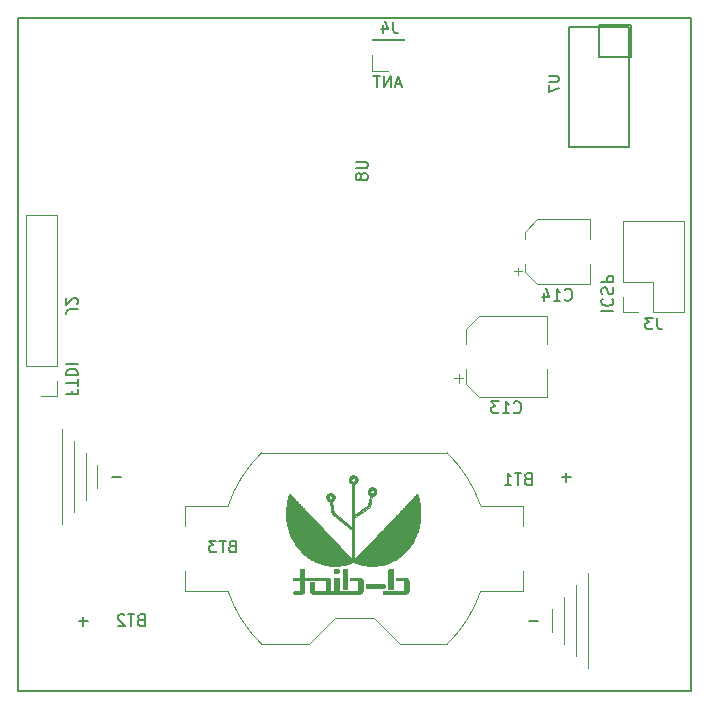
<source format=gbr>
%TF.GenerationSoftware,KiCad,Pcbnew,5.0.2-bee76a0~70~ubuntu18.04.1*%
%TF.CreationDate,2019-07-19T18:37:29+02:00*%
%TF.ProjectId,BT-Pcb-328P,42542d50-6362-42d3-9332-38502e6b6963,1.0*%
%TF.SameCoordinates,Original*%
%TF.FileFunction,Legend,Bot*%
%TF.FilePolarity,Positive*%
%FSLAX46Y46*%
G04 Gerber Fmt 4.6, Leading zero omitted, Abs format (unit mm)*
G04 Created by KiCad (PCBNEW 5.0.2-bee76a0~70~ubuntu18.04.1) date ven 19 lug 2019 18:37:29 CEST*
%MOMM*%
%LPD*%
G01*
G04 APERTURE LIST*
%ADD10C,0.150000*%
%ADD11C,0.120000*%
%ADD12C,0.010000*%
%ADD13C,0.160000*%
G04 APERTURE END LIST*
D10*
X159511857Y-86907666D02*
X159035666Y-86907666D01*
X159607095Y-87193380D02*
X159273761Y-86193380D01*
X158940428Y-87193380D01*
X158607095Y-87193380D02*
X158607095Y-86193380D01*
X158035666Y-87193380D01*
X158035666Y-86193380D01*
X157702333Y-86193380D02*
X157130904Y-86193380D01*
X157416619Y-87193380D02*
X157416619Y-86193380D01*
X131643428Y-112863190D02*
X131643428Y-113196523D01*
X131119619Y-113196523D02*
X132119619Y-113196523D01*
X132119619Y-112720333D01*
X132119619Y-112482238D02*
X132119619Y-111910809D01*
X131119619Y-112196523D02*
X132119619Y-112196523D01*
X131119619Y-111577476D02*
X132119619Y-111577476D01*
X132119619Y-111339380D01*
X132072000Y-111196523D01*
X131976761Y-111101285D01*
X131881523Y-111053666D01*
X131691047Y-111006047D01*
X131548190Y-111006047D01*
X131357714Y-111053666D01*
X131262476Y-111101285D01*
X131167238Y-111196523D01*
X131119619Y-111339380D01*
X131119619Y-111577476D01*
X131119619Y-110577476D02*
X132119619Y-110577476D01*
X176458619Y-106124190D02*
X177458619Y-106124190D01*
X176553857Y-105076571D02*
X176506238Y-105124190D01*
X176458619Y-105267047D01*
X176458619Y-105362285D01*
X176506238Y-105505142D01*
X176601476Y-105600380D01*
X176696714Y-105648000D01*
X176887190Y-105695619D01*
X177030047Y-105695619D01*
X177220523Y-105648000D01*
X177315761Y-105600380D01*
X177411000Y-105505142D01*
X177458619Y-105362285D01*
X177458619Y-105267047D01*
X177411000Y-105124190D01*
X177363380Y-105076571D01*
X176506238Y-104695619D02*
X176458619Y-104552761D01*
X176458619Y-104314666D01*
X176506238Y-104219428D01*
X176553857Y-104171809D01*
X176649095Y-104124190D01*
X176744333Y-104124190D01*
X176839571Y-104171809D01*
X176887190Y-104219428D01*
X176934809Y-104314666D01*
X176982428Y-104505142D01*
X177030047Y-104600380D01*
X177077666Y-104648000D01*
X177172904Y-104695619D01*
X177268142Y-104695619D01*
X177363380Y-104648000D01*
X177411000Y-104600380D01*
X177458619Y-104505142D01*
X177458619Y-104267047D01*
X177411000Y-104124190D01*
X176458619Y-103695619D02*
X177458619Y-103695619D01*
X177458619Y-103314666D01*
X177411000Y-103219428D01*
X177363380Y-103171809D01*
X177268142Y-103124190D01*
X177125285Y-103124190D01*
X177030047Y-103171809D01*
X176982428Y-103219428D01*
X176934809Y-103314666D01*
X176934809Y-103695619D01*
X184040000Y-138320000D02*
X184040000Y-81320000D01*
X127040000Y-138320000D02*
X127040000Y-81320000D01*
X127040000Y-138320000D02*
X184040000Y-138320000D01*
X127040000Y-81320000D02*
X184040000Y-81320000D01*
X178943000Y-84582000D02*
X178943000Y-81915000D01*
X178943000Y-81915000D02*
X176276000Y-81915000D01*
X178816000Y-89662000D02*
X178816000Y-92202000D01*
X178816000Y-92202000D02*
X176276000Y-92202000D01*
X178816000Y-84582000D02*
X176276000Y-84582000D01*
X176276000Y-84582000D02*
X176276000Y-82042000D01*
X178816000Y-89662000D02*
X178816000Y-82042000D01*
X178816000Y-82042000D02*
X173736000Y-82042000D01*
X173736000Y-82042000D02*
X173736000Y-92202000D01*
X173736000Y-92202000D02*
X176276000Y-92202000D01*
D11*
X175480000Y-98332000D02*
X175480000Y-100032000D01*
X175480000Y-103852000D02*
X175480000Y-102152000D01*
X171024437Y-103852000D02*
X175480000Y-103852000D01*
X171024437Y-98332000D02*
X175480000Y-98332000D01*
X169960000Y-99396437D02*
X169960000Y-100032000D01*
X169960000Y-102787563D02*
X169960000Y-102152000D01*
X169960000Y-102787563D02*
X171024437Y-103852000D01*
X169960000Y-99396437D02*
X171024437Y-98332000D01*
X169095000Y-102777000D02*
X169720000Y-102777000D01*
X169407500Y-103089500D02*
X169407500Y-102464500D01*
X171812000Y-106572000D02*
X171812000Y-108922000D01*
X171812000Y-113392000D02*
X171812000Y-111042000D01*
X166056437Y-113392000D02*
X171812000Y-113392000D01*
X166056437Y-106572000D02*
X171812000Y-106572000D01*
X164992000Y-107636437D02*
X164992000Y-108922000D01*
X164992000Y-112327563D02*
X164992000Y-111042000D01*
X164992000Y-112327563D02*
X166056437Y-113392000D01*
X164992000Y-107636437D02*
X166056437Y-106572000D01*
X163964500Y-111829500D02*
X164752000Y-111829500D01*
X164358250Y-112223250D02*
X164358250Y-111435750D01*
X133784000Y-119142000D02*
X133784000Y-121142000D01*
X132784000Y-118142000D02*
X132784000Y-122142000D01*
X131784000Y-123142000D02*
X131784000Y-117142000D01*
X130784000Y-116142000D02*
X130784000Y-124142000D01*
X175286000Y-136334000D02*
X175286000Y-128334000D01*
X174286000Y-129334000D02*
X174286000Y-135334000D01*
X173286000Y-134334000D02*
X173286000Y-130334000D01*
X172286000Y-133334000D02*
X172286000Y-131334000D01*
X163385370Y-134349789D02*
G75*
G03X166232000Y-129848000I-7845370J8111789D01*
G01*
X147694630Y-118126211D02*
G75*
G03X144848000Y-122628000I7845370J-8111789D01*
G01*
X147694630Y-134349789D02*
G75*
G02X144848000Y-129848000I7845370J8111789D01*
G01*
X163385370Y-118126211D02*
G75*
G02X166232000Y-122628000I-7845370J-8111789D01*
G01*
X169850000Y-128138000D02*
X169850000Y-129848000D01*
X166232000Y-129848000D02*
X169850000Y-129848000D01*
X159400000Y-134348000D02*
X163387300Y-134348000D01*
X157200000Y-132148000D02*
X159400000Y-134348000D01*
X153880000Y-132148000D02*
X157200000Y-132148000D01*
X153880000Y-132148000D02*
X151680000Y-134348000D01*
X147692700Y-134348000D02*
X151680000Y-134348000D01*
X141230000Y-128138000D02*
X141230000Y-129848000D01*
X141230000Y-129848000D02*
X144848000Y-129848000D01*
X144848000Y-122628000D02*
X141230000Y-122628000D01*
X141230000Y-124338000D02*
X141230000Y-122628000D01*
X163387300Y-118128000D02*
X147692700Y-118128000D01*
X169850000Y-124338000D02*
X169850000Y-122628000D01*
X169850000Y-122628000D02*
X166232000Y-122628000D01*
X157039000Y-83125000D02*
X159699000Y-83125000D01*
X157039000Y-83185000D02*
X157039000Y-83125000D01*
X159699000Y-83185000D02*
X159699000Y-83125000D01*
X157039000Y-83185000D02*
X159699000Y-83185000D01*
X157039000Y-84455000D02*
X157039000Y-85785000D01*
X157039000Y-85785000D02*
X158369000Y-85785000D01*
X178248000Y-98492000D02*
X183448000Y-98492000D01*
X178248000Y-103632000D02*
X178248000Y-98492000D01*
X183448000Y-106232000D02*
X183448000Y-98492000D01*
X178248000Y-103632000D02*
X180848000Y-103632000D01*
X180848000Y-103632000D02*
X180848000Y-106232000D01*
X180848000Y-106232000D02*
X183448000Y-106232000D01*
X178248000Y-104902000D02*
X178248000Y-106232000D01*
X178248000Y-106232000D02*
X179578000Y-106232000D01*
X127702000Y-110744000D02*
X130362000Y-110744000D01*
X127702000Y-110744000D02*
X127702000Y-97984000D01*
X127702000Y-97984000D02*
X130362000Y-97984000D01*
X130362000Y-110744000D02*
X130362000Y-97984000D01*
X130362000Y-113344000D02*
X130362000Y-112014000D01*
X129032000Y-113344000D02*
X130362000Y-113344000D01*
D12*
G36*
X155407200Y-120037075D02*
X155386587Y-120038600D01*
X155369473Y-120041020D01*
X155368575Y-120041196D01*
X155326447Y-120052141D01*
X155286587Y-120067488D01*
X155249252Y-120086980D01*
X155214698Y-120110357D01*
X155183180Y-120137359D01*
X155154953Y-120167729D01*
X155130275Y-120201207D01*
X155109401Y-120237534D01*
X155092586Y-120276451D01*
X155080087Y-120317699D01*
X155075820Y-120337580D01*
X155073194Y-120356677D01*
X155071647Y-120379083D01*
X155071180Y-120403144D01*
X155071793Y-120427202D01*
X155073488Y-120449604D01*
X155075734Y-120465850D01*
X155085721Y-120508068D01*
X155100167Y-120548050D01*
X155118865Y-120585564D01*
X155141609Y-120620383D01*
X155168191Y-120652276D01*
X155198403Y-120681014D01*
X155232040Y-120706368D01*
X155268894Y-120728108D01*
X155308758Y-120746006D01*
X155337510Y-120755873D01*
X155352750Y-120760490D01*
X155353387Y-122616807D01*
X155353427Y-122741193D01*
X155353458Y-122861638D01*
X155353481Y-122978098D01*
X155353497Y-123090533D01*
X155353505Y-123198900D01*
X155353505Y-123303157D01*
X155353497Y-123403262D01*
X155353481Y-123499174D01*
X155353458Y-123590851D01*
X155353427Y-123678250D01*
X155353388Y-123761330D01*
X155353342Y-123840048D01*
X155353289Y-123914364D01*
X155353228Y-123984234D01*
X155353159Y-124049618D01*
X155353083Y-124110473D01*
X155353000Y-124166757D01*
X155352909Y-124218428D01*
X155352811Y-124265445D01*
X155352706Y-124307766D01*
X155352594Y-124345348D01*
X155352475Y-124378150D01*
X155352348Y-124406129D01*
X155352214Y-124429245D01*
X155352074Y-124447454D01*
X155351926Y-124460716D01*
X155351771Y-124468987D01*
X155351610Y-124472227D01*
X155351585Y-124472277D01*
X155349476Y-124470616D01*
X155343583Y-124465827D01*
X155334040Y-124458019D01*
X155320977Y-124447300D01*
X155304526Y-124433779D01*
X155284821Y-124417565D01*
X155261991Y-124398767D01*
X155236170Y-124377494D01*
X155207490Y-124353855D01*
X155176081Y-124327958D01*
X155142077Y-124299912D01*
X155105609Y-124269827D01*
X155066809Y-124237810D01*
X155025808Y-124203971D01*
X154982740Y-124168418D01*
X154937735Y-124131261D01*
X154890925Y-124092608D01*
X154842444Y-124052569D01*
X154792422Y-124011251D01*
X154740991Y-123968764D01*
X154688283Y-123925216D01*
X154634431Y-123880717D01*
X154579566Y-123835375D01*
X154570085Y-123827540D01*
X154515048Y-123782052D01*
X154460997Y-123737380D01*
X154408064Y-123693634D01*
X154356383Y-123650922D01*
X154306085Y-123609354D01*
X154257301Y-123569039D01*
X154210165Y-123530086D01*
X154164809Y-123492605D01*
X154121364Y-123456704D01*
X154079963Y-123422493D01*
X154040737Y-123390080D01*
X154003820Y-123359576D01*
X153969342Y-123331089D01*
X153937437Y-123304728D01*
X153908236Y-123280603D01*
X153881872Y-123258823D01*
X153858476Y-123239496D01*
X153838182Y-123222733D01*
X153821120Y-123208642D01*
X153807423Y-123197332D01*
X153797223Y-123188913D01*
X153790652Y-123183495D01*
X153787843Y-123181185D01*
X153787750Y-123181110D01*
X153786946Y-123178241D01*
X153785483Y-123170370D01*
X153783361Y-123157494D01*
X153780579Y-123139611D01*
X153777138Y-123116718D01*
X153773036Y-123088812D01*
X153768274Y-123055891D01*
X153762850Y-123017951D01*
X153756766Y-122974990D01*
X153750019Y-122927006D01*
X153742611Y-122873995D01*
X153734540Y-122815956D01*
X153725806Y-122752885D01*
X153718332Y-122698737D01*
X153711616Y-122649990D01*
X153705094Y-122602604D01*
X153698800Y-122556821D01*
X153692766Y-122512887D01*
X153687027Y-122471044D01*
X153681615Y-122431539D01*
X153676565Y-122394614D01*
X153671908Y-122360513D01*
X153667678Y-122329481D01*
X153663910Y-122301762D01*
X153660635Y-122277600D01*
X153657888Y-122257238D01*
X153655701Y-122240922D01*
X153654108Y-122228894D01*
X153653142Y-122221400D01*
X153652837Y-122218683D01*
X153652839Y-122218677D01*
X153655237Y-122217528D01*
X153661226Y-122214592D01*
X153669849Y-122210339D01*
X153678134Y-122206240D01*
X153713661Y-122185897D01*
X153746020Y-122161842D01*
X153775057Y-122134455D01*
X153800618Y-122104115D01*
X153822548Y-122071201D01*
X153840691Y-122036091D01*
X153854893Y-121999165D01*
X153864999Y-121960802D01*
X153870854Y-121921381D01*
X153872303Y-121881281D01*
X153872183Y-121879711D01*
X153671428Y-121879711D01*
X153671391Y-121900581D01*
X153669223Y-121920261D01*
X153665418Y-121935558D01*
X153654132Y-121960994D01*
X153638780Y-121984149D01*
X153619941Y-122004419D01*
X153598190Y-122021202D01*
X153574108Y-122033895D01*
X153569351Y-122035782D01*
X153542274Y-122043386D01*
X153514991Y-122045925D01*
X153487642Y-122043395D01*
X153470078Y-122039085D01*
X153444182Y-122028634D01*
X153420979Y-122014184D01*
X153400831Y-121996221D01*
X153384099Y-121975229D01*
X153371143Y-121951692D01*
X153362324Y-121926096D01*
X153358005Y-121898926D01*
X153357618Y-121888148D01*
X153359875Y-121860795D01*
X153366802Y-121835270D01*
X153378474Y-121811398D01*
X153394967Y-121789000D01*
X153404387Y-121778950D01*
X153426142Y-121760273D01*
X153449100Y-121746471D01*
X153473588Y-121737418D01*
X153499931Y-121732985D01*
X153522680Y-121732686D01*
X153550099Y-121736460D01*
X153576007Y-121744829D01*
X153599902Y-121757410D01*
X153621283Y-121773821D01*
X153639651Y-121793678D01*
X153654503Y-121816599D01*
X153665134Y-121841575D01*
X153669341Y-121859444D01*
X153671428Y-121879711D01*
X153872183Y-121879711D01*
X153869192Y-121840882D01*
X153861365Y-121800562D01*
X153854028Y-121775625D01*
X153838243Y-121736176D01*
X153818301Y-121699468D01*
X153794459Y-121665728D01*
X153766973Y-121635183D01*
X153736100Y-121608059D01*
X153702097Y-121584582D01*
X153665221Y-121564980D01*
X153625727Y-121549478D01*
X153585389Y-121538621D01*
X153564768Y-121535348D01*
X153540921Y-121533369D01*
X153515463Y-121532684D01*
X153490006Y-121533294D01*
X153466163Y-121535199D01*
X153445547Y-121538400D01*
X153444732Y-121538572D01*
X153402313Y-121550114D01*
X153362537Y-121565907D01*
X153325606Y-121585747D01*
X153291722Y-121609432D01*
X153261089Y-121636759D01*
X153233910Y-121667525D01*
X153210387Y-121701526D01*
X153190723Y-121738561D01*
X153175121Y-121778425D01*
X153164103Y-121819405D01*
X153161139Y-121837986D01*
X153159222Y-121859956D01*
X153158369Y-121883727D01*
X153158595Y-121907714D01*
X153159918Y-121930331D01*
X153162353Y-121949991D01*
X153162724Y-121952094D01*
X153172777Y-121993261D01*
X153187307Y-122032343D01*
X153206041Y-122069059D01*
X153228708Y-122103126D01*
X153255035Y-122134263D01*
X153284749Y-122162188D01*
X153317579Y-122186618D01*
X153353251Y-122207272D01*
X153391494Y-122223868D01*
X153432035Y-122236124D01*
X153438531Y-122237622D01*
X153449321Y-122239847D01*
X153458951Y-122241549D01*
X153465804Y-122242450D01*
X153467212Y-122242525D01*
X153471825Y-122243285D01*
X153474245Y-122246432D01*
X153475524Y-122252105D01*
X153476020Y-122255535D01*
X153477176Y-122263756D01*
X153478958Y-122276521D01*
X153481331Y-122293589D01*
X153484263Y-122314716D01*
X153487720Y-122339659D01*
X153491668Y-122368173D01*
X153496074Y-122400016D01*
X153500903Y-122434944D01*
X153506122Y-122472714D01*
X153511698Y-122513083D01*
X153517597Y-122555806D01*
X153523785Y-122600642D01*
X153530228Y-122647345D01*
X153536893Y-122695673D01*
X153543747Y-122745382D01*
X153546896Y-122768227D01*
X153553814Y-122818355D01*
X153560567Y-122867140D01*
X153567119Y-122914342D01*
X153573438Y-122959725D01*
X153579489Y-123003048D01*
X153585238Y-123044075D01*
X153590652Y-123082567D01*
X153595698Y-123118285D01*
X153600340Y-123150992D01*
X153604546Y-123180448D01*
X153608282Y-123206415D01*
X153611514Y-123228656D01*
X153614207Y-123246932D01*
X153616329Y-123261004D01*
X153617846Y-123270634D01*
X153618723Y-123275584D01*
X153618907Y-123276227D01*
X153620992Y-123277923D01*
X153626868Y-123282752D01*
X153636409Y-123290611D01*
X153649490Y-123301396D01*
X153665987Y-123315005D01*
X153685775Y-123331334D01*
X153708728Y-123350280D01*
X153734721Y-123371740D01*
X153763630Y-123395610D01*
X153795330Y-123421787D01*
X153829695Y-123450168D01*
X153866600Y-123480649D01*
X153905921Y-123513128D01*
X153947532Y-123547501D01*
X153991309Y-123583665D01*
X154037126Y-123621517D01*
X154084858Y-123660952D01*
X154134381Y-123701869D01*
X154185569Y-123744164D01*
X154238297Y-123787733D01*
X154292441Y-123832473D01*
X154347875Y-123878281D01*
X154404474Y-123925055D01*
X154462114Y-123972689D01*
X154487559Y-123993718D01*
X155354020Y-124709807D01*
X155354020Y-125931315D01*
X155354016Y-126015874D01*
X155354002Y-126098458D01*
X155353980Y-126178937D01*
X155353949Y-126257179D01*
X155353909Y-126333055D01*
X155353861Y-126406431D01*
X155353806Y-126477179D01*
X155353743Y-126545166D01*
X155353672Y-126610262D01*
X155353595Y-126672336D01*
X155353510Y-126731257D01*
X155353419Y-126786894D01*
X155353321Y-126839116D01*
X155353218Y-126887792D01*
X155353108Y-126932792D01*
X155352992Y-126973984D01*
X155352871Y-127011237D01*
X155352745Y-127044420D01*
X155352614Y-127073403D01*
X155352478Y-127098054D01*
X155352337Y-127118243D01*
X155352193Y-127133838D01*
X155352044Y-127144709D01*
X155351891Y-127150725D01*
X155351780Y-127151976D01*
X155349382Y-127149865D01*
X155344293Y-127144627D01*
X155337167Y-127136959D01*
X155328658Y-127127558D01*
X155324767Y-127123190D01*
X155311248Y-127108073D01*
X155297001Y-127092416D01*
X155281796Y-127075980D01*
X155265400Y-127058529D01*
X155247582Y-127039826D01*
X155228111Y-127019634D01*
X155206754Y-126997716D01*
X155183281Y-126973835D01*
X155157459Y-126947754D01*
X155129058Y-126919236D01*
X155097846Y-126888044D01*
X155063590Y-126853942D01*
X155026061Y-126816691D01*
X155000853Y-126791720D01*
X154799444Y-126592330D01*
X153326057Y-125044200D01*
X153248121Y-124962310D01*
X153168917Y-124879089D01*
X153088602Y-124794702D01*
X153007334Y-124709313D01*
X152925267Y-124623086D01*
X152842560Y-124536186D01*
X152759368Y-124448778D01*
X152675848Y-124361026D01*
X152592156Y-124273094D01*
X152508449Y-124185147D01*
X152424884Y-124097348D01*
X152341617Y-124009864D01*
X152258804Y-123922858D01*
X152176603Y-123836494D01*
X152095169Y-123750937D01*
X152014659Y-123666351D01*
X151935230Y-123582902D01*
X151857038Y-123500753D01*
X151780240Y-123420068D01*
X151704992Y-123341013D01*
X151631451Y-123263752D01*
X151559773Y-123188448D01*
X151490114Y-123115267D01*
X151422633Y-123044374D01*
X151357484Y-122975931D01*
X151294824Y-122910105D01*
X151234810Y-122847059D01*
X151177599Y-122786958D01*
X151123347Y-122729966D01*
X151072210Y-122676247D01*
X151024345Y-122625967D01*
X151003020Y-122603567D01*
X150948483Y-122546278D01*
X150894764Y-122489847D01*
X150841973Y-122434388D01*
X150790218Y-122380016D01*
X150739610Y-122326846D01*
X150690258Y-122274994D01*
X150642271Y-122224574D01*
X150595758Y-122175702D01*
X150550830Y-122128492D01*
X150507595Y-122083059D01*
X150466164Y-122039519D01*
X150426644Y-121997986D01*
X150389147Y-121958576D01*
X150353781Y-121921404D01*
X150320656Y-121886584D01*
X150289882Y-121854232D01*
X150261567Y-121824463D01*
X150235821Y-121797391D01*
X150212754Y-121773132D01*
X150192474Y-121751801D01*
X150175093Y-121733513D01*
X150160718Y-121718382D01*
X150149460Y-121706524D01*
X150141427Y-121698055D01*
X150136730Y-121693088D01*
X150135629Y-121691913D01*
X150122098Y-121677868D01*
X150108606Y-121664886D01*
X150095788Y-121653501D01*
X150084280Y-121644247D01*
X150074718Y-121637659D01*
X150067738Y-121634272D01*
X150066788Y-121634040D01*
X150053711Y-121633393D01*
X150041836Y-121636792D01*
X150030819Y-121644488D01*
X150020315Y-121656731D01*
X150009979Y-121673769D01*
X150008758Y-121676101D01*
X149999339Y-121695795D01*
X149988963Y-121720206D01*
X149977718Y-121749083D01*
X149965695Y-121782171D01*
X149952985Y-121819220D01*
X149939677Y-121859974D01*
X149925862Y-121904183D01*
X149917236Y-121932700D01*
X149909905Y-121957396D01*
X149903741Y-121978683D01*
X149898509Y-121997565D01*
X149893975Y-122015043D01*
X149889902Y-122032122D01*
X149886058Y-122049802D01*
X149882206Y-122069087D01*
X149878113Y-122090981D01*
X149873543Y-122116485D01*
X149871522Y-122127959D01*
X149843822Y-122295796D01*
X149820167Y-122460635D01*
X149800553Y-122622546D01*
X149784976Y-122781598D01*
X149773431Y-122937859D01*
X149765914Y-123091400D01*
X149762421Y-123242289D01*
X149762947Y-123390595D01*
X149767488Y-123536389D01*
X149775057Y-123666250D01*
X149788416Y-123817940D01*
X149806729Y-123968807D01*
X149829952Y-124118725D01*
X149858043Y-124267569D01*
X149890958Y-124415214D01*
X149928653Y-124561533D01*
X149971085Y-124706404D01*
X150018212Y-124849699D01*
X150069989Y-124991293D01*
X150126373Y-125131062D01*
X150187321Y-125268880D01*
X150252790Y-125404622D01*
X150322737Y-125538163D01*
X150397117Y-125669377D01*
X150475888Y-125798139D01*
X150552940Y-125915420D01*
X150638670Y-126037322D01*
X150727544Y-126155344D01*
X150819524Y-126269447D01*
X150914573Y-126379598D01*
X151012652Y-126485760D01*
X151113725Y-126587899D01*
X151217753Y-126685978D01*
X151324698Y-126779961D01*
X151434524Y-126869814D01*
X151547192Y-126955501D01*
X151662665Y-127036986D01*
X151780904Y-127114234D01*
X151901872Y-127187209D01*
X151902160Y-127187376D01*
X152012226Y-127248652D01*
X152125018Y-127306682D01*
X152239920Y-127361203D01*
X152356315Y-127411950D01*
X152473585Y-127458659D01*
X152591115Y-127501064D01*
X152708286Y-127538902D01*
X152753060Y-127552164D01*
X152849735Y-127578918D01*
X152944678Y-127602803D01*
X153038695Y-127623957D01*
X153132593Y-127642516D01*
X153227179Y-127658617D01*
X153323258Y-127672395D01*
X153421636Y-127683989D01*
X153523120Y-127693534D01*
X153628516Y-127701167D01*
X153634440Y-127701534D01*
X153650244Y-127702302D01*
X153670467Y-127702964D01*
X153694450Y-127703520D01*
X153721535Y-127703970D01*
X153751061Y-127704313D01*
X153782370Y-127704549D01*
X153814802Y-127704679D01*
X153847699Y-127704703D01*
X153880401Y-127704619D01*
X153912248Y-127704429D01*
X153942581Y-127704132D01*
X153970742Y-127703728D01*
X153996071Y-127703217D01*
X154017908Y-127702599D01*
X154035595Y-127701873D01*
X154040840Y-127701585D01*
X154139274Y-127694943D01*
X154234884Y-127686971D01*
X154328771Y-127677532D01*
X154422036Y-127666488D01*
X154515780Y-127653702D01*
X154611105Y-127639038D01*
X154709112Y-127622356D01*
X154779980Y-127609391D01*
X154813712Y-127602781D01*
X154846209Y-127595807D01*
X154877884Y-127588321D01*
X154909148Y-127580174D01*
X154940415Y-127571214D01*
X154972097Y-127561295D01*
X155004605Y-127550266D01*
X155038354Y-127537977D01*
X155073754Y-127524281D01*
X155111219Y-127509027D01*
X155151160Y-127492066D01*
X155193990Y-127473250D01*
X155240123Y-127452428D01*
X155289969Y-127429451D01*
X155333750Y-127408971D01*
X155354452Y-127399244D01*
X155374139Y-127390016D01*
X155392238Y-127381553D01*
X155408181Y-127374121D01*
X155421395Y-127367985D01*
X155431312Y-127363412D01*
X155437360Y-127360667D01*
X155438265Y-127360270D01*
X155450119Y-127355155D01*
X155491605Y-127374733D01*
X155610133Y-127427876D01*
X155731010Y-127476571D01*
X155854063Y-127520780D01*
X155979123Y-127560466D01*
X156106019Y-127595593D01*
X156234581Y-127626124D01*
X156364637Y-127652021D01*
X156496017Y-127673248D01*
X156628551Y-127689768D01*
X156762068Y-127701545D01*
X156896398Y-127708540D01*
X157031369Y-127710717D01*
X157044390Y-127710671D01*
X157066740Y-127710538D01*
X157088325Y-127710380D01*
X157108415Y-127710204D01*
X157126276Y-127710018D01*
X157141177Y-127709830D01*
X157152386Y-127709647D01*
X157158690Y-127709494D01*
X157299089Y-127702259D01*
X157438882Y-127690028D01*
X157577928Y-127672828D01*
X157716085Y-127650689D01*
X157853210Y-127623637D01*
X157989162Y-127591701D01*
X158123799Y-127554909D01*
X158256978Y-127513289D01*
X158388557Y-127466869D01*
X158389323Y-127466583D01*
X158516682Y-127416302D01*
X158642526Y-127361209D01*
X158766741Y-127301375D01*
X158889215Y-127236871D01*
X159009834Y-127167767D01*
X159128486Y-127094135D01*
X159245057Y-127016044D01*
X159359436Y-126933565D01*
X159471508Y-126846770D01*
X159581161Y-126755729D01*
X159688281Y-126660513D01*
X159712660Y-126637926D01*
X159728510Y-126622927D01*
X159747078Y-126605019D01*
X159767747Y-126584822D01*
X159789899Y-126562957D01*
X159812917Y-126540043D01*
X159836183Y-126516702D01*
X159859080Y-126493553D01*
X159880991Y-126471216D01*
X159901297Y-126450312D01*
X159919383Y-126431461D01*
X159934629Y-126415284D01*
X159939173Y-126410376D01*
X160038661Y-126298555D01*
X160134299Y-126183474D01*
X160225997Y-126065273D01*
X160313669Y-125944091D01*
X160397226Y-125820068D01*
X160476579Y-125693345D01*
X160551640Y-125564062D01*
X160622321Y-125432357D01*
X160688534Y-125298372D01*
X160750191Y-125162246D01*
X160797226Y-125049280D01*
X160850670Y-124908908D01*
X160899509Y-124766508D01*
X160943734Y-124622212D01*
X160983334Y-124476153D01*
X161018301Y-124328463D01*
X161048627Y-124179277D01*
X161074303Y-124028726D01*
X161095319Y-123876944D01*
X161111667Y-123724063D01*
X161123337Y-123570217D01*
X161130322Y-123415538D01*
X161132612Y-123260159D01*
X161130197Y-123104213D01*
X161123070Y-122947833D01*
X161111222Y-122791152D01*
X161094642Y-122634303D01*
X161073324Y-122477419D01*
X161047256Y-122320632D01*
X161016432Y-122164076D01*
X160996426Y-122073670D01*
X160989538Y-122044307D01*
X160982088Y-122013524D01*
X160974199Y-121981776D01*
X160965997Y-121949516D01*
X160957607Y-121917199D01*
X160949155Y-121885279D01*
X160940765Y-121854211D01*
X160932563Y-121824448D01*
X160924674Y-121796445D01*
X160917223Y-121770657D01*
X160910335Y-121747536D01*
X160904136Y-121727539D01*
X160898750Y-121711118D01*
X160894303Y-121698729D01*
X160890925Y-121690835D01*
X160880036Y-121674430D01*
X160866447Y-121662200D01*
X160850611Y-121654339D01*
X160832985Y-121651042D01*
X160814024Y-121652503D01*
X160805957Y-121654527D01*
X160791419Y-121660571D01*
X160775602Y-121670413D01*
X160758326Y-121684209D01*
X160739413Y-121702117D01*
X160718686Y-121724293D01*
X160695967Y-121750893D01*
X160694761Y-121752360D01*
X160690102Y-121757738D01*
X160682123Y-121766586D01*
X160671016Y-121778701D01*
X160656971Y-121793880D01*
X160640179Y-121811919D01*
X160620831Y-121832617D01*
X160599117Y-121855770D01*
X160575230Y-121881176D01*
X160549358Y-121908632D01*
X160521694Y-121937935D01*
X160492428Y-121968882D01*
X160461751Y-122001271D01*
X160429854Y-122034899D01*
X160396927Y-122069563D01*
X160363162Y-122105060D01*
X160335000Y-122134630D01*
X160314767Y-122155861D01*
X160291156Y-122180638D01*
X160264290Y-122208831D01*
X160234295Y-122240308D01*
X160201296Y-122274937D01*
X160165417Y-122312588D01*
X160126785Y-122353129D01*
X160085524Y-122396429D01*
X160041759Y-122442357D01*
X159995615Y-122490782D01*
X159947217Y-122541572D01*
X159896691Y-122594595D01*
X159844160Y-122649722D01*
X159789752Y-122706820D01*
X159733590Y-122765758D01*
X159675799Y-122826405D01*
X159616505Y-122888631D01*
X159555833Y-122952302D01*
X159493908Y-123017289D01*
X159430854Y-123083460D01*
X159366797Y-123150684D01*
X159301863Y-123218829D01*
X159236175Y-123287765D01*
X159169859Y-123357359D01*
X159103041Y-123427482D01*
X159035844Y-123498001D01*
X158968395Y-123568785D01*
X158900818Y-123639704D01*
X158833239Y-123710625D01*
X158794443Y-123751340D01*
X158674938Y-123876755D01*
X158558882Y-123998550D01*
X158446219Y-124116784D01*
X158336895Y-124231514D01*
X158230854Y-124342799D01*
X158128040Y-124450697D01*
X158028399Y-124555266D01*
X157931875Y-124656564D01*
X157838411Y-124754648D01*
X157747955Y-124849578D01*
X157660448Y-124941411D01*
X157575838Y-125030206D01*
X157494067Y-125116020D01*
X157415081Y-125198911D01*
X157338824Y-125278938D01*
X157265242Y-125356159D01*
X157194278Y-125430631D01*
X157125877Y-125502414D01*
X157059984Y-125571564D01*
X156996543Y-125638141D01*
X156935500Y-125702202D01*
X156876798Y-125763805D01*
X156820383Y-125823008D01*
X156766199Y-125879870D01*
X156714191Y-125934449D01*
X156664303Y-125986802D01*
X156616480Y-126036988D01*
X156570666Y-126085065D01*
X156526807Y-126131091D01*
X156484847Y-126175124D01*
X156444730Y-126217222D01*
X156406402Y-126257443D01*
X156369806Y-126295846D01*
X156334888Y-126332488D01*
X156301592Y-126367428D01*
X156269862Y-126400723D01*
X156239644Y-126432433D01*
X156210882Y-126462614D01*
X156183520Y-126491324D01*
X156157504Y-126518623D01*
X156132778Y-126544568D01*
X156109286Y-126569218D01*
X156086974Y-126592629D01*
X156065785Y-126614862D01*
X156045665Y-126635972D01*
X156026558Y-126656019D01*
X156008408Y-126675061D01*
X155991161Y-126693156D01*
X155974761Y-126710361D01*
X155959153Y-126726736D01*
X155944281Y-126742338D01*
X155930090Y-126757225D01*
X155916524Y-126771455D01*
X155903529Y-126785086D01*
X155891048Y-126798177D01*
X155879027Y-126810786D01*
X155867411Y-126822970D01*
X155856143Y-126834788D01*
X155845168Y-126846298D01*
X155834431Y-126857558D01*
X155831878Y-126860236D01*
X155795889Y-126898010D01*
X155763259Y-126932332D01*
X155733809Y-126963391D01*
X155707360Y-126991382D01*
X155683735Y-127016496D01*
X155662754Y-127038926D01*
X155644238Y-127058863D01*
X155628010Y-127076501D01*
X155613890Y-127092031D01*
X155601700Y-127105645D01*
X155591261Y-127117537D01*
X155582394Y-127127898D01*
X155575338Y-127136409D01*
X155564337Y-127149837D01*
X155554353Y-127161860D01*
X155545840Y-127171943D01*
X155539255Y-127179551D01*
X155535052Y-127184150D01*
X155533725Y-127185304D01*
X155533583Y-127182803D01*
X155533447Y-127175409D01*
X155533318Y-127163306D01*
X155533194Y-127146680D01*
X155533077Y-127125717D01*
X155532966Y-127100602D01*
X155532861Y-127071522D01*
X155532762Y-127038661D01*
X155532668Y-127002206D01*
X155532581Y-126962343D01*
X155532500Y-126919256D01*
X155532425Y-126873132D01*
X155532355Y-126824157D01*
X155532292Y-126772516D01*
X155532234Y-126718395D01*
X155532182Y-126661979D01*
X155532136Y-126603454D01*
X155532095Y-126543007D01*
X155532060Y-126480822D01*
X155532031Y-126417085D01*
X155532008Y-126351983D01*
X155531989Y-126285700D01*
X155531977Y-126218423D01*
X155531970Y-126150336D01*
X155531968Y-126081627D01*
X155531972Y-126012481D01*
X155531981Y-125943082D01*
X155531996Y-125873618D01*
X155532016Y-125804273D01*
X155532041Y-125735234D01*
X155532071Y-125666686D01*
X155532107Y-125598814D01*
X155532148Y-125531805D01*
X155532193Y-125465845D01*
X155532245Y-125401118D01*
X155532301Y-125337811D01*
X155532362Y-125276109D01*
X155532428Y-125216198D01*
X155532499Y-125158264D01*
X155532575Y-125102492D01*
X155532657Y-125049069D01*
X155532742Y-124998179D01*
X155532833Y-124950009D01*
X155532929Y-124904744D01*
X155533029Y-124862569D01*
X155533134Y-124823672D01*
X155533244Y-124788237D01*
X155533358Y-124756450D01*
X155533478Y-124728497D01*
X155533601Y-124704563D01*
X155533729Y-124684834D01*
X155533862Y-124669496D01*
X155534000Y-124658735D01*
X155534141Y-124652736D01*
X155534194Y-124651770D01*
X155534926Y-124640208D01*
X155535049Y-124631018D01*
X155534567Y-124625256D01*
X155534071Y-124623957D01*
X155533828Y-124621187D01*
X155533593Y-124613551D01*
X155533369Y-124601263D01*
X155533156Y-124584537D01*
X155532955Y-124563587D01*
X155532767Y-124538627D01*
X155532594Y-124509871D01*
X155532435Y-124477532D01*
X155532292Y-124441825D01*
X155532166Y-124402964D01*
X155532058Y-124361162D01*
X155531969Y-124316634D01*
X155531900Y-124269594D01*
X155531852Y-124220255D01*
X155531825Y-124168832D01*
X155531820Y-124134584D01*
X155531820Y-123647624D01*
X156884370Y-122720324D01*
X156976960Y-122249060D01*
X157069549Y-121777797D01*
X157077290Y-121776713D01*
X157112117Y-121771019D01*
X157142949Y-121764106D01*
X157170794Y-121755627D01*
X157196663Y-121745235D01*
X157221563Y-121732585D01*
X157242510Y-121719933D01*
X157276127Y-121695281D01*
X157306400Y-121666955D01*
X157333097Y-121635297D01*
X157355986Y-121600650D01*
X157374832Y-121563357D01*
X157389403Y-121523759D01*
X157397544Y-121492010D01*
X157400063Y-121476245D01*
X157401914Y-121457012D01*
X157403046Y-121435884D01*
X157403296Y-121420890D01*
X157204188Y-121420890D01*
X157201747Y-121448251D01*
X157194660Y-121474243D01*
X157183278Y-121498410D01*
X157167950Y-121520292D01*
X157149029Y-121539433D01*
X157126865Y-121555376D01*
X157101809Y-121567662D01*
X157087964Y-121572392D01*
X157073212Y-121575287D01*
X157055450Y-121576556D01*
X157036464Y-121576253D01*
X157018037Y-121574429D01*
X157001956Y-121571138D01*
X156997400Y-121569716D01*
X156972302Y-121558392D01*
X156949471Y-121542991D01*
X156929511Y-121524111D01*
X156913028Y-121502346D01*
X156900626Y-121478296D01*
X156898164Y-121471796D01*
X156891262Y-121446149D01*
X156889030Y-121421238D01*
X156891374Y-121396021D01*
X156891481Y-121395430D01*
X156898744Y-121368545D01*
X156909938Y-121344255D01*
X156924583Y-121322768D01*
X156942200Y-121304292D01*
X156962308Y-121289037D01*
X156984428Y-121277209D01*
X157008080Y-121269018D01*
X157032783Y-121264671D01*
X157058059Y-121264377D01*
X157083426Y-121268343D01*
X157108407Y-121276780D01*
X157132519Y-121289893D01*
X157133364Y-121290455D01*
X157155552Y-121308096D01*
X157173611Y-121328633D01*
X157187718Y-121352268D01*
X157187738Y-121352310D01*
X157196000Y-121371497D01*
X157201165Y-121389056D01*
X157203710Y-121406971D01*
X157204188Y-121420890D01*
X157403296Y-121420890D01*
X157403405Y-121414434D01*
X157402939Y-121394237D01*
X157401597Y-121376866D01*
X157401419Y-121375395D01*
X157393713Y-121333913D01*
X157381382Y-121294144D01*
X157364659Y-121256423D01*
X157343778Y-121221085D01*
X157318974Y-121188464D01*
X157290480Y-121158895D01*
X157258531Y-121132713D01*
X157223360Y-121110252D01*
X157211631Y-121103990D01*
X157179298Y-121089088D01*
X157147843Y-121078054D01*
X157115793Y-121070510D01*
X157081675Y-121066073D01*
X157059630Y-121064746D01*
X157020243Y-121065079D01*
X156983198Y-121069340D01*
X156947376Y-121077767D01*
X156911653Y-121090597D01*
X156889371Y-121100715D01*
X156851823Y-121121737D01*
X156817773Y-121146400D01*
X156787340Y-121174548D01*
X156760646Y-121206026D01*
X156737812Y-121240679D01*
X156718958Y-121278350D01*
X156704205Y-121318886D01*
X156696457Y-121348548D01*
X156694254Y-121361741D01*
X156692512Y-121378585D01*
X156691278Y-121397667D01*
X156690602Y-121417575D01*
X156690529Y-121436896D01*
X156691109Y-121454219D01*
X156692389Y-121468130D01*
X156692409Y-121468270D01*
X156700698Y-121509656D01*
X156713473Y-121549377D01*
X156730487Y-121587045D01*
X156751496Y-121622273D01*
X156776254Y-121654673D01*
X156804515Y-121683857D01*
X156836034Y-121709438D01*
X156851936Y-121720127D01*
X156862843Y-121727405D01*
X156869576Y-121732920D01*
X156872565Y-121737050D01*
X156872810Y-121738390D01*
X156872323Y-121741389D01*
X156870902Y-121749114D01*
X156868599Y-121761306D01*
X156865462Y-121777707D01*
X156861543Y-121798057D01*
X156856892Y-121822099D01*
X156851558Y-121849575D01*
X156845593Y-121880224D01*
X156839047Y-121913791D01*
X156831969Y-121950014D01*
X156824411Y-121988638D01*
X156816423Y-122029402D01*
X156808054Y-122072049D01*
X156799356Y-122116319D01*
X156790378Y-122161955D01*
X156788404Y-122171980D01*
X156704030Y-122600491D01*
X156120361Y-123000655D01*
X156071173Y-123034372D01*
X156023068Y-123067336D01*
X155976215Y-123099430D01*
X155930783Y-123130539D01*
X155886940Y-123160548D01*
X155844857Y-123189342D01*
X155804700Y-123216805D01*
X155766641Y-123242823D01*
X155730846Y-123267279D01*
X155697486Y-123290059D01*
X155666728Y-123311046D01*
X155638743Y-123330127D01*
X155613698Y-123347185D01*
X155591764Y-123362105D01*
X155573107Y-123374773D01*
X155557899Y-123385072D01*
X155546307Y-123392887D01*
X155538500Y-123398103D01*
X155534647Y-123400604D01*
X155534253Y-123400820D01*
X155534062Y-123398288D01*
X155533880Y-123390728D01*
X155533708Y-123378190D01*
X155533546Y-123360726D01*
X155533394Y-123338386D01*
X155533251Y-123311223D01*
X155533119Y-123279286D01*
X155532997Y-123242628D01*
X155532884Y-123201300D01*
X155532782Y-123155352D01*
X155532691Y-123104836D01*
X155532609Y-123049803D01*
X155532538Y-122990305D01*
X155532478Y-122926392D01*
X155532428Y-122858116D01*
X155532388Y-122785527D01*
X155532360Y-122708678D01*
X155532342Y-122627619D01*
X155532335Y-122542401D01*
X155532339Y-122453076D01*
X155532354Y-122359695D01*
X155532380Y-122262309D01*
X155532417Y-122160969D01*
X155532453Y-122079554D01*
X155533090Y-120758288D01*
X155556514Y-120750180D01*
X155597309Y-120733506D01*
X155635054Y-120712778D01*
X155669792Y-120687968D01*
X155692051Y-120668436D01*
X155721058Y-120637485D01*
X155745809Y-120604142D01*
X155766303Y-120568787D01*
X155782541Y-120531798D01*
X155794522Y-120493554D01*
X155802246Y-120454435D01*
X155805713Y-120414818D01*
X155805466Y-120402350D01*
X155605480Y-120402350D01*
X155604534Y-120422327D01*
X155601389Y-120440412D01*
X155595590Y-120458483D01*
X155587253Y-120477248D01*
X155580787Y-120489346D01*
X155573788Y-120499732D01*
X155564983Y-120510124D01*
X155556163Y-120519221D01*
X155533279Y-120538678D01*
X155508589Y-120553473D01*
X155482373Y-120563524D01*
X155454912Y-120568752D01*
X155426485Y-120569075D01*
X155398470Y-120564679D01*
X155375391Y-120556933D01*
X155352510Y-120545106D01*
X155331176Y-120530063D01*
X155312737Y-120512671D01*
X155306934Y-120505834D01*
X155291000Y-120481832D01*
X155279590Y-120456055D01*
X155272745Y-120429078D01*
X155270507Y-120401474D01*
X155272916Y-120373816D01*
X155280013Y-120346680D01*
X155291839Y-120320637D01*
X155293516Y-120317719D01*
X155299059Y-120309630D01*
X155307045Y-120299648D01*
X155316191Y-120289329D01*
X155321478Y-120283845D01*
X155343793Y-120264955D01*
X155368308Y-120250614D01*
X155394787Y-120240919D01*
X155422995Y-120235967D01*
X155439110Y-120235300D01*
X155467698Y-120237714D01*
X155494379Y-120244772D01*
X155519335Y-120256550D01*
X155542747Y-120273127D01*
X155556230Y-120285510D01*
X155575518Y-120308022D01*
X155589991Y-120332110D01*
X155599704Y-120357903D01*
X155604711Y-120385531D01*
X155605480Y-120402350D01*
X155805466Y-120402350D01*
X155804924Y-120375084D01*
X155799878Y-120335611D01*
X155790575Y-120296777D01*
X155777015Y-120258962D01*
X155759198Y-120222545D01*
X155737124Y-120187905D01*
X155710792Y-120155420D01*
X155692139Y-120136347D01*
X155659160Y-120108411D01*
X155623461Y-120084752D01*
X155585146Y-120065425D01*
X155544323Y-120050486D01*
X155513249Y-120042437D01*
X155496354Y-120039673D01*
X155475888Y-120037743D01*
X155453264Y-120036659D01*
X155429897Y-120036432D01*
X155407200Y-120037075D01*
X155407200Y-120037075D01*
G37*
X155407200Y-120037075D02*
X155386587Y-120038600D01*
X155369473Y-120041020D01*
X155368575Y-120041196D01*
X155326447Y-120052141D01*
X155286587Y-120067488D01*
X155249252Y-120086980D01*
X155214698Y-120110357D01*
X155183180Y-120137359D01*
X155154953Y-120167729D01*
X155130275Y-120201207D01*
X155109401Y-120237534D01*
X155092586Y-120276451D01*
X155080087Y-120317699D01*
X155075820Y-120337580D01*
X155073194Y-120356677D01*
X155071647Y-120379083D01*
X155071180Y-120403144D01*
X155071793Y-120427202D01*
X155073488Y-120449604D01*
X155075734Y-120465850D01*
X155085721Y-120508068D01*
X155100167Y-120548050D01*
X155118865Y-120585564D01*
X155141609Y-120620383D01*
X155168191Y-120652276D01*
X155198403Y-120681014D01*
X155232040Y-120706368D01*
X155268894Y-120728108D01*
X155308758Y-120746006D01*
X155337510Y-120755873D01*
X155352750Y-120760490D01*
X155353387Y-122616807D01*
X155353427Y-122741193D01*
X155353458Y-122861638D01*
X155353481Y-122978098D01*
X155353497Y-123090533D01*
X155353505Y-123198900D01*
X155353505Y-123303157D01*
X155353497Y-123403262D01*
X155353481Y-123499174D01*
X155353458Y-123590851D01*
X155353427Y-123678250D01*
X155353388Y-123761330D01*
X155353342Y-123840048D01*
X155353289Y-123914364D01*
X155353228Y-123984234D01*
X155353159Y-124049618D01*
X155353083Y-124110473D01*
X155353000Y-124166757D01*
X155352909Y-124218428D01*
X155352811Y-124265445D01*
X155352706Y-124307766D01*
X155352594Y-124345348D01*
X155352475Y-124378150D01*
X155352348Y-124406129D01*
X155352214Y-124429245D01*
X155352074Y-124447454D01*
X155351926Y-124460716D01*
X155351771Y-124468987D01*
X155351610Y-124472227D01*
X155351585Y-124472277D01*
X155349476Y-124470616D01*
X155343583Y-124465827D01*
X155334040Y-124458019D01*
X155320977Y-124447300D01*
X155304526Y-124433779D01*
X155284821Y-124417565D01*
X155261991Y-124398767D01*
X155236170Y-124377494D01*
X155207490Y-124353855D01*
X155176081Y-124327958D01*
X155142077Y-124299912D01*
X155105609Y-124269827D01*
X155066809Y-124237810D01*
X155025808Y-124203971D01*
X154982740Y-124168418D01*
X154937735Y-124131261D01*
X154890925Y-124092608D01*
X154842444Y-124052569D01*
X154792422Y-124011251D01*
X154740991Y-123968764D01*
X154688283Y-123925216D01*
X154634431Y-123880717D01*
X154579566Y-123835375D01*
X154570085Y-123827540D01*
X154515048Y-123782052D01*
X154460997Y-123737380D01*
X154408064Y-123693634D01*
X154356383Y-123650922D01*
X154306085Y-123609354D01*
X154257301Y-123569039D01*
X154210165Y-123530086D01*
X154164809Y-123492605D01*
X154121364Y-123456704D01*
X154079963Y-123422493D01*
X154040737Y-123390080D01*
X154003820Y-123359576D01*
X153969342Y-123331089D01*
X153937437Y-123304728D01*
X153908236Y-123280603D01*
X153881872Y-123258823D01*
X153858476Y-123239496D01*
X153838182Y-123222733D01*
X153821120Y-123208642D01*
X153807423Y-123197332D01*
X153797223Y-123188913D01*
X153790652Y-123183495D01*
X153787843Y-123181185D01*
X153787750Y-123181110D01*
X153786946Y-123178241D01*
X153785483Y-123170370D01*
X153783361Y-123157494D01*
X153780579Y-123139611D01*
X153777138Y-123116718D01*
X153773036Y-123088812D01*
X153768274Y-123055891D01*
X153762850Y-123017951D01*
X153756766Y-122974990D01*
X153750019Y-122927006D01*
X153742611Y-122873995D01*
X153734540Y-122815956D01*
X153725806Y-122752885D01*
X153718332Y-122698737D01*
X153711616Y-122649990D01*
X153705094Y-122602604D01*
X153698800Y-122556821D01*
X153692766Y-122512887D01*
X153687027Y-122471044D01*
X153681615Y-122431539D01*
X153676565Y-122394614D01*
X153671908Y-122360513D01*
X153667678Y-122329481D01*
X153663910Y-122301762D01*
X153660635Y-122277600D01*
X153657888Y-122257238D01*
X153655701Y-122240922D01*
X153654108Y-122228894D01*
X153653142Y-122221400D01*
X153652837Y-122218683D01*
X153652839Y-122218677D01*
X153655237Y-122217528D01*
X153661226Y-122214592D01*
X153669849Y-122210339D01*
X153678134Y-122206240D01*
X153713661Y-122185897D01*
X153746020Y-122161842D01*
X153775057Y-122134455D01*
X153800618Y-122104115D01*
X153822548Y-122071201D01*
X153840691Y-122036091D01*
X153854893Y-121999165D01*
X153864999Y-121960802D01*
X153870854Y-121921381D01*
X153872303Y-121881281D01*
X153872183Y-121879711D01*
X153671428Y-121879711D01*
X153671391Y-121900581D01*
X153669223Y-121920261D01*
X153665418Y-121935558D01*
X153654132Y-121960994D01*
X153638780Y-121984149D01*
X153619941Y-122004419D01*
X153598190Y-122021202D01*
X153574108Y-122033895D01*
X153569351Y-122035782D01*
X153542274Y-122043386D01*
X153514991Y-122045925D01*
X153487642Y-122043395D01*
X153470078Y-122039085D01*
X153444182Y-122028634D01*
X153420979Y-122014184D01*
X153400831Y-121996221D01*
X153384099Y-121975229D01*
X153371143Y-121951692D01*
X153362324Y-121926096D01*
X153358005Y-121898926D01*
X153357618Y-121888148D01*
X153359875Y-121860795D01*
X153366802Y-121835270D01*
X153378474Y-121811398D01*
X153394967Y-121789000D01*
X153404387Y-121778950D01*
X153426142Y-121760273D01*
X153449100Y-121746471D01*
X153473588Y-121737418D01*
X153499931Y-121732985D01*
X153522680Y-121732686D01*
X153550099Y-121736460D01*
X153576007Y-121744829D01*
X153599902Y-121757410D01*
X153621283Y-121773821D01*
X153639651Y-121793678D01*
X153654503Y-121816599D01*
X153665134Y-121841575D01*
X153669341Y-121859444D01*
X153671428Y-121879711D01*
X153872183Y-121879711D01*
X153869192Y-121840882D01*
X153861365Y-121800562D01*
X153854028Y-121775625D01*
X153838243Y-121736176D01*
X153818301Y-121699468D01*
X153794459Y-121665728D01*
X153766973Y-121635183D01*
X153736100Y-121608059D01*
X153702097Y-121584582D01*
X153665221Y-121564980D01*
X153625727Y-121549478D01*
X153585389Y-121538621D01*
X153564768Y-121535348D01*
X153540921Y-121533369D01*
X153515463Y-121532684D01*
X153490006Y-121533294D01*
X153466163Y-121535199D01*
X153445547Y-121538400D01*
X153444732Y-121538572D01*
X153402313Y-121550114D01*
X153362537Y-121565907D01*
X153325606Y-121585747D01*
X153291722Y-121609432D01*
X153261089Y-121636759D01*
X153233910Y-121667525D01*
X153210387Y-121701526D01*
X153190723Y-121738561D01*
X153175121Y-121778425D01*
X153164103Y-121819405D01*
X153161139Y-121837986D01*
X153159222Y-121859956D01*
X153158369Y-121883727D01*
X153158595Y-121907714D01*
X153159918Y-121930331D01*
X153162353Y-121949991D01*
X153162724Y-121952094D01*
X153172777Y-121993261D01*
X153187307Y-122032343D01*
X153206041Y-122069059D01*
X153228708Y-122103126D01*
X153255035Y-122134263D01*
X153284749Y-122162188D01*
X153317579Y-122186618D01*
X153353251Y-122207272D01*
X153391494Y-122223868D01*
X153432035Y-122236124D01*
X153438531Y-122237622D01*
X153449321Y-122239847D01*
X153458951Y-122241549D01*
X153465804Y-122242450D01*
X153467212Y-122242525D01*
X153471825Y-122243285D01*
X153474245Y-122246432D01*
X153475524Y-122252105D01*
X153476020Y-122255535D01*
X153477176Y-122263756D01*
X153478958Y-122276521D01*
X153481331Y-122293589D01*
X153484263Y-122314716D01*
X153487720Y-122339659D01*
X153491668Y-122368173D01*
X153496074Y-122400016D01*
X153500903Y-122434944D01*
X153506122Y-122472714D01*
X153511698Y-122513083D01*
X153517597Y-122555806D01*
X153523785Y-122600642D01*
X153530228Y-122647345D01*
X153536893Y-122695673D01*
X153543747Y-122745382D01*
X153546896Y-122768227D01*
X153553814Y-122818355D01*
X153560567Y-122867140D01*
X153567119Y-122914342D01*
X153573438Y-122959725D01*
X153579489Y-123003048D01*
X153585238Y-123044075D01*
X153590652Y-123082567D01*
X153595698Y-123118285D01*
X153600340Y-123150992D01*
X153604546Y-123180448D01*
X153608282Y-123206415D01*
X153611514Y-123228656D01*
X153614207Y-123246932D01*
X153616329Y-123261004D01*
X153617846Y-123270634D01*
X153618723Y-123275584D01*
X153618907Y-123276227D01*
X153620992Y-123277923D01*
X153626868Y-123282752D01*
X153636409Y-123290611D01*
X153649490Y-123301396D01*
X153665987Y-123315005D01*
X153685775Y-123331334D01*
X153708728Y-123350280D01*
X153734721Y-123371740D01*
X153763630Y-123395610D01*
X153795330Y-123421787D01*
X153829695Y-123450168D01*
X153866600Y-123480649D01*
X153905921Y-123513128D01*
X153947532Y-123547501D01*
X153991309Y-123583665D01*
X154037126Y-123621517D01*
X154084858Y-123660952D01*
X154134381Y-123701869D01*
X154185569Y-123744164D01*
X154238297Y-123787733D01*
X154292441Y-123832473D01*
X154347875Y-123878281D01*
X154404474Y-123925055D01*
X154462114Y-123972689D01*
X154487559Y-123993718D01*
X155354020Y-124709807D01*
X155354020Y-125931315D01*
X155354016Y-126015874D01*
X155354002Y-126098458D01*
X155353980Y-126178937D01*
X155353949Y-126257179D01*
X155353909Y-126333055D01*
X155353861Y-126406431D01*
X155353806Y-126477179D01*
X155353743Y-126545166D01*
X155353672Y-126610262D01*
X155353595Y-126672336D01*
X155353510Y-126731257D01*
X155353419Y-126786894D01*
X155353321Y-126839116D01*
X155353218Y-126887792D01*
X155353108Y-126932792D01*
X155352992Y-126973984D01*
X155352871Y-127011237D01*
X155352745Y-127044420D01*
X155352614Y-127073403D01*
X155352478Y-127098054D01*
X155352337Y-127118243D01*
X155352193Y-127133838D01*
X155352044Y-127144709D01*
X155351891Y-127150725D01*
X155351780Y-127151976D01*
X155349382Y-127149865D01*
X155344293Y-127144627D01*
X155337167Y-127136959D01*
X155328658Y-127127558D01*
X155324767Y-127123190D01*
X155311248Y-127108073D01*
X155297001Y-127092416D01*
X155281796Y-127075980D01*
X155265400Y-127058529D01*
X155247582Y-127039826D01*
X155228111Y-127019634D01*
X155206754Y-126997716D01*
X155183281Y-126973835D01*
X155157459Y-126947754D01*
X155129058Y-126919236D01*
X155097846Y-126888044D01*
X155063590Y-126853942D01*
X155026061Y-126816691D01*
X155000853Y-126791720D01*
X154799444Y-126592330D01*
X153326057Y-125044200D01*
X153248121Y-124962310D01*
X153168917Y-124879089D01*
X153088602Y-124794702D01*
X153007334Y-124709313D01*
X152925267Y-124623086D01*
X152842560Y-124536186D01*
X152759368Y-124448778D01*
X152675848Y-124361026D01*
X152592156Y-124273094D01*
X152508449Y-124185147D01*
X152424884Y-124097348D01*
X152341617Y-124009864D01*
X152258804Y-123922858D01*
X152176603Y-123836494D01*
X152095169Y-123750937D01*
X152014659Y-123666351D01*
X151935230Y-123582902D01*
X151857038Y-123500753D01*
X151780240Y-123420068D01*
X151704992Y-123341013D01*
X151631451Y-123263752D01*
X151559773Y-123188448D01*
X151490114Y-123115267D01*
X151422633Y-123044374D01*
X151357484Y-122975931D01*
X151294824Y-122910105D01*
X151234810Y-122847059D01*
X151177599Y-122786958D01*
X151123347Y-122729966D01*
X151072210Y-122676247D01*
X151024345Y-122625967D01*
X151003020Y-122603567D01*
X150948483Y-122546278D01*
X150894764Y-122489847D01*
X150841973Y-122434388D01*
X150790218Y-122380016D01*
X150739610Y-122326846D01*
X150690258Y-122274994D01*
X150642271Y-122224574D01*
X150595758Y-122175702D01*
X150550830Y-122128492D01*
X150507595Y-122083059D01*
X150466164Y-122039519D01*
X150426644Y-121997986D01*
X150389147Y-121958576D01*
X150353781Y-121921404D01*
X150320656Y-121886584D01*
X150289882Y-121854232D01*
X150261567Y-121824463D01*
X150235821Y-121797391D01*
X150212754Y-121773132D01*
X150192474Y-121751801D01*
X150175093Y-121733513D01*
X150160718Y-121718382D01*
X150149460Y-121706524D01*
X150141427Y-121698055D01*
X150136730Y-121693088D01*
X150135629Y-121691913D01*
X150122098Y-121677868D01*
X150108606Y-121664886D01*
X150095788Y-121653501D01*
X150084280Y-121644247D01*
X150074718Y-121637659D01*
X150067738Y-121634272D01*
X150066788Y-121634040D01*
X150053711Y-121633393D01*
X150041836Y-121636792D01*
X150030819Y-121644488D01*
X150020315Y-121656731D01*
X150009979Y-121673769D01*
X150008758Y-121676101D01*
X149999339Y-121695795D01*
X149988963Y-121720206D01*
X149977718Y-121749083D01*
X149965695Y-121782171D01*
X149952985Y-121819220D01*
X149939677Y-121859974D01*
X149925862Y-121904183D01*
X149917236Y-121932700D01*
X149909905Y-121957396D01*
X149903741Y-121978683D01*
X149898509Y-121997565D01*
X149893975Y-122015043D01*
X149889902Y-122032122D01*
X149886058Y-122049802D01*
X149882206Y-122069087D01*
X149878113Y-122090981D01*
X149873543Y-122116485D01*
X149871522Y-122127959D01*
X149843822Y-122295796D01*
X149820167Y-122460635D01*
X149800553Y-122622546D01*
X149784976Y-122781598D01*
X149773431Y-122937859D01*
X149765914Y-123091400D01*
X149762421Y-123242289D01*
X149762947Y-123390595D01*
X149767488Y-123536389D01*
X149775057Y-123666250D01*
X149788416Y-123817940D01*
X149806729Y-123968807D01*
X149829952Y-124118725D01*
X149858043Y-124267569D01*
X149890958Y-124415214D01*
X149928653Y-124561533D01*
X149971085Y-124706404D01*
X150018212Y-124849699D01*
X150069989Y-124991293D01*
X150126373Y-125131062D01*
X150187321Y-125268880D01*
X150252790Y-125404622D01*
X150322737Y-125538163D01*
X150397117Y-125669377D01*
X150475888Y-125798139D01*
X150552940Y-125915420D01*
X150638670Y-126037322D01*
X150727544Y-126155344D01*
X150819524Y-126269447D01*
X150914573Y-126379598D01*
X151012652Y-126485760D01*
X151113725Y-126587899D01*
X151217753Y-126685978D01*
X151324698Y-126779961D01*
X151434524Y-126869814D01*
X151547192Y-126955501D01*
X151662665Y-127036986D01*
X151780904Y-127114234D01*
X151901872Y-127187209D01*
X151902160Y-127187376D01*
X152012226Y-127248652D01*
X152125018Y-127306682D01*
X152239920Y-127361203D01*
X152356315Y-127411950D01*
X152473585Y-127458659D01*
X152591115Y-127501064D01*
X152708286Y-127538902D01*
X152753060Y-127552164D01*
X152849735Y-127578918D01*
X152944678Y-127602803D01*
X153038695Y-127623957D01*
X153132593Y-127642516D01*
X153227179Y-127658617D01*
X153323258Y-127672395D01*
X153421636Y-127683989D01*
X153523120Y-127693534D01*
X153628516Y-127701167D01*
X153634440Y-127701534D01*
X153650244Y-127702302D01*
X153670467Y-127702964D01*
X153694450Y-127703520D01*
X153721535Y-127703970D01*
X153751061Y-127704313D01*
X153782370Y-127704549D01*
X153814802Y-127704679D01*
X153847699Y-127704703D01*
X153880401Y-127704619D01*
X153912248Y-127704429D01*
X153942581Y-127704132D01*
X153970742Y-127703728D01*
X153996071Y-127703217D01*
X154017908Y-127702599D01*
X154035595Y-127701873D01*
X154040840Y-127701585D01*
X154139274Y-127694943D01*
X154234884Y-127686971D01*
X154328771Y-127677532D01*
X154422036Y-127666488D01*
X154515780Y-127653702D01*
X154611105Y-127639038D01*
X154709112Y-127622356D01*
X154779980Y-127609391D01*
X154813712Y-127602781D01*
X154846209Y-127595807D01*
X154877884Y-127588321D01*
X154909148Y-127580174D01*
X154940415Y-127571214D01*
X154972097Y-127561295D01*
X155004605Y-127550266D01*
X155038354Y-127537977D01*
X155073754Y-127524281D01*
X155111219Y-127509027D01*
X155151160Y-127492066D01*
X155193990Y-127473250D01*
X155240123Y-127452428D01*
X155289969Y-127429451D01*
X155333750Y-127408971D01*
X155354452Y-127399244D01*
X155374139Y-127390016D01*
X155392238Y-127381553D01*
X155408181Y-127374121D01*
X155421395Y-127367985D01*
X155431312Y-127363412D01*
X155437360Y-127360667D01*
X155438265Y-127360270D01*
X155450119Y-127355155D01*
X155491605Y-127374733D01*
X155610133Y-127427876D01*
X155731010Y-127476571D01*
X155854063Y-127520780D01*
X155979123Y-127560466D01*
X156106019Y-127595593D01*
X156234581Y-127626124D01*
X156364637Y-127652021D01*
X156496017Y-127673248D01*
X156628551Y-127689768D01*
X156762068Y-127701545D01*
X156896398Y-127708540D01*
X157031369Y-127710717D01*
X157044390Y-127710671D01*
X157066740Y-127710538D01*
X157088325Y-127710380D01*
X157108415Y-127710204D01*
X157126276Y-127710018D01*
X157141177Y-127709830D01*
X157152386Y-127709647D01*
X157158690Y-127709494D01*
X157299089Y-127702259D01*
X157438882Y-127690028D01*
X157577928Y-127672828D01*
X157716085Y-127650689D01*
X157853210Y-127623637D01*
X157989162Y-127591701D01*
X158123799Y-127554909D01*
X158256978Y-127513289D01*
X158388557Y-127466869D01*
X158389323Y-127466583D01*
X158516682Y-127416302D01*
X158642526Y-127361209D01*
X158766741Y-127301375D01*
X158889215Y-127236871D01*
X159009834Y-127167767D01*
X159128486Y-127094135D01*
X159245057Y-127016044D01*
X159359436Y-126933565D01*
X159471508Y-126846770D01*
X159581161Y-126755729D01*
X159688281Y-126660513D01*
X159712660Y-126637926D01*
X159728510Y-126622927D01*
X159747078Y-126605019D01*
X159767747Y-126584822D01*
X159789899Y-126562957D01*
X159812917Y-126540043D01*
X159836183Y-126516702D01*
X159859080Y-126493553D01*
X159880991Y-126471216D01*
X159901297Y-126450312D01*
X159919383Y-126431461D01*
X159934629Y-126415284D01*
X159939173Y-126410376D01*
X160038661Y-126298555D01*
X160134299Y-126183474D01*
X160225997Y-126065273D01*
X160313669Y-125944091D01*
X160397226Y-125820068D01*
X160476579Y-125693345D01*
X160551640Y-125564062D01*
X160622321Y-125432357D01*
X160688534Y-125298372D01*
X160750191Y-125162246D01*
X160797226Y-125049280D01*
X160850670Y-124908908D01*
X160899509Y-124766508D01*
X160943734Y-124622212D01*
X160983334Y-124476153D01*
X161018301Y-124328463D01*
X161048627Y-124179277D01*
X161074303Y-124028726D01*
X161095319Y-123876944D01*
X161111667Y-123724063D01*
X161123337Y-123570217D01*
X161130322Y-123415538D01*
X161132612Y-123260159D01*
X161130197Y-123104213D01*
X161123070Y-122947833D01*
X161111222Y-122791152D01*
X161094642Y-122634303D01*
X161073324Y-122477419D01*
X161047256Y-122320632D01*
X161016432Y-122164076D01*
X160996426Y-122073670D01*
X160989538Y-122044307D01*
X160982088Y-122013524D01*
X160974199Y-121981776D01*
X160965997Y-121949516D01*
X160957607Y-121917199D01*
X160949155Y-121885279D01*
X160940765Y-121854211D01*
X160932563Y-121824448D01*
X160924674Y-121796445D01*
X160917223Y-121770657D01*
X160910335Y-121747536D01*
X160904136Y-121727539D01*
X160898750Y-121711118D01*
X160894303Y-121698729D01*
X160890925Y-121690835D01*
X160880036Y-121674430D01*
X160866447Y-121662200D01*
X160850611Y-121654339D01*
X160832985Y-121651042D01*
X160814024Y-121652503D01*
X160805957Y-121654527D01*
X160791419Y-121660571D01*
X160775602Y-121670413D01*
X160758326Y-121684209D01*
X160739413Y-121702117D01*
X160718686Y-121724293D01*
X160695967Y-121750893D01*
X160694761Y-121752360D01*
X160690102Y-121757738D01*
X160682123Y-121766586D01*
X160671016Y-121778701D01*
X160656971Y-121793880D01*
X160640179Y-121811919D01*
X160620831Y-121832617D01*
X160599117Y-121855770D01*
X160575230Y-121881176D01*
X160549358Y-121908632D01*
X160521694Y-121937935D01*
X160492428Y-121968882D01*
X160461751Y-122001271D01*
X160429854Y-122034899D01*
X160396927Y-122069563D01*
X160363162Y-122105060D01*
X160335000Y-122134630D01*
X160314767Y-122155861D01*
X160291156Y-122180638D01*
X160264290Y-122208831D01*
X160234295Y-122240308D01*
X160201296Y-122274937D01*
X160165417Y-122312588D01*
X160126785Y-122353129D01*
X160085524Y-122396429D01*
X160041759Y-122442357D01*
X159995615Y-122490782D01*
X159947217Y-122541572D01*
X159896691Y-122594595D01*
X159844160Y-122649722D01*
X159789752Y-122706820D01*
X159733590Y-122765758D01*
X159675799Y-122826405D01*
X159616505Y-122888631D01*
X159555833Y-122952302D01*
X159493908Y-123017289D01*
X159430854Y-123083460D01*
X159366797Y-123150684D01*
X159301863Y-123218829D01*
X159236175Y-123287765D01*
X159169859Y-123357359D01*
X159103041Y-123427482D01*
X159035844Y-123498001D01*
X158968395Y-123568785D01*
X158900818Y-123639704D01*
X158833239Y-123710625D01*
X158794443Y-123751340D01*
X158674938Y-123876755D01*
X158558882Y-123998550D01*
X158446219Y-124116784D01*
X158336895Y-124231514D01*
X158230854Y-124342799D01*
X158128040Y-124450697D01*
X158028399Y-124555266D01*
X157931875Y-124656564D01*
X157838411Y-124754648D01*
X157747955Y-124849578D01*
X157660448Y-124941411D01*
X157575838Y-125030206D01*
X157494067Y-125116020D01*
X157415081Y-125198911D01*
X157338824Y-125278938D01*
X157265242Y-125356159D01*
X157194278Y-125430631D01*
X157125877Y-125502414D01*
X157059984Y-125571564D01*
X156996543Y-125638141D01*
X156935500Y-125702202D01*
X156876798Y-125763805D01*
X156820383Y-125823008D01*
X156766199Y-125879870D01*
X156714191Y-125934449D01*
X156664303Y-125986802D01*
X156616480Y-126036988D01*
X156570666Y-126085065D01*
X156526807Y-126131091D01*
X156484847Y-126175124D01*
X156444730Y-126217222D01*
X156406402Y-126257443D01*
X156369806Y-126295846D01*
X156334888Y-126332488D01*
X156301592Y-126367428D01*
X156269862Y-126400723D01*
X156239644Y-126432433D01*
X156210882Y-126462614D01*
X156183520Y-126491324D01*
X156157504Y-126518623D01*
X156132778Y-126544568D01*
X156109286Y-126569218D01*
X156086974Y-126592629D01*
X156065785Y-126614862D01*
X156045665Y-126635972D01*
X156026558Y-126656019D01*
X156008408Y-126675061D01*
X155991161Y-126693156D01*
X155974761Y-126710361D01*
X155959153Y-126726736D01*
X155944281Y-126742338D01*
X155930090Y-126757225D01*
X155916524Y-126771455D01*
X155903529Y-126785086D01*
X155891048Y-126798177D01*
X155879027Y-126810786D01*
X155867411Y-126822970D01*
X155856143Y-126834788D01*
X155845168Y-126846298D01*
X155834431Y-126857558D01*
X155831878Y-126860236D01*
X155795889Y-126898010D01*
X155763259Y-126932332D01*
X155733809Y-126963391D01*
X155707360Y-126991382D01*
X155683735Y-127016496D01*
X155662754Y-127038926D01*
X155644238Y-127058863D01*
X155628010Y-127076501D01*
X155613890Y-127092031D01*
X155601700Y-127105645D01*
X155591261Y-127117537D01*
X155582394Y-127127898D01*
X155575338Y-127136409D01*
X155564337Y-127149837D01*
X155554353Y-127161860D01*
X155545840Y-127171943D01*
X155539255Y-127179551D01*
X155535052Y-127184150D01*
X155533725Y-127185304D01*
X155533583Y-127182803D01*
X155533447Y-127175409D01*
X155533318Y-127163306D01*
X155533194Y-127146680D01*
X155533077Y-127125717D01*
X155532966Y-127100602D01*
X155532861Y-127071522D01*
X155532762Y-127038661D01*
X155532668Y-127002206D01*
X155532581Y-126962343D01*
X155532500Y-126919256D01*
X155532425Y-126873132D01*
X155532355Y-126824157D01*
X155532292Y-126772516D01*
X155532234Y-126718395D01*
X155532182Y-126661979D01*
X155532136Y-126603454D01*
X155532095Y-126543007D01*
X155532060Y-126480822D01*
X155532031Y-126417085D01*
X155532008Y-126351983D01*
X155531989Y-126285700D01*
X155531977Y-126218423D01*
X155531970Y-126150336D01*
X155531968Y-126081627D01*
X155531972Y-126012481D01*
X155531981Y-125943082D01*
X155531996Y-125873618D01*
X155532016Y-125804273D01*
X155532041Y-125735234D01*
X155532071Y-125666686D01*
X155532107Y-125598814D01*
X155532148Y-125531805D01*
X155532193Y-125465845D01*
X155532245Y-125401118D01*
X155532301Y-125337811D01*
X155532362Y-125276109D01*
X155532428Y-125216198D01*
X155532499Y-125158264D01*
X155532575Y-125102492D01*
X155532657Y-125049069D01*
X155532742Y-124998179D01*
X155532833Y-124950009D01*
X155532929Y-124904744D01*
X155533029Y-124862569D01*
X155533134Y-124823672D01*
X155533244Y-124788237D01*
X155533358Y-124756450D01*
X155533478Y-124728497D01*
X155533601Y-124704563D01*
X155533729Y-124684834D01*
X155533862Y-124669496D01*
X155534000Y-124658735D01*
X155534141Y-124652736D01*
X155534194Y-124651770D01*
X155534926Y-124640208D01*
X155535049Y-124631018D01*
X155534567Y-124625256D01*
X155534071Y-124623957D01*
X155533828Y-124621187D01*
X155533593Y-124613551D01*
X155533369Y-124601263D01*
X155533156Y-124584537D01*
X155532955Y-124563587D01*
X155532767Y-124538627D01*
X155532594Y-124509871D01*
X155532435Y-124477532D01*
X155532292Y-124441825D01*
X155532166Y-124402964D01*
X155532058Y-124361162D01*
X155531969Y-124316634D01*
X155531900Y-124269594D01*
X155531852Y-124220255D01*
X155531825Y-124168832D01*
X155531820Y-124134584D01*
X155531820Y-123647624D01*
X156884370Y-122720324D01*
X156976960Y-122249060D01*
X157069549Y-121777797D01*
X157077290Y-121776713D01*
X157112117Y-121771019D01*
X157142949Y-121764106D01*
X157170794Y-121755627D01*
X157196663Y-121745235D01*
X157221563Y-121732585D01*
X157242510Y-121719933D01*
X157276127Y-121695281D01*
X157306400Y-121666955D01*
X157333097Y-121635297D01*
X157355986Y-121600650D01*
X157374832Y-121563357D01*
X157389403Y-121523759D01*
X157397544Y-121492010D01*
X157400063Y-121476245D01*
X157401914Y-121457012D01*
X157403046Y-121435884D01*
X157403296Y-121420890D01*
X157204188Y-121420890D01*
X157201747Y-121448251D01*
X157194660Y-121474243D01*
X157183278Y-121498410D01*
X157167950Y-121520292D01*
X157149029Y-121539433D01*
X157126865Y-121555376D01*
X157101809Y-121567662D01*
X157087964Y-121572392D01*
X157073212Y-121575287D01*
X157055450Y-121576556D01*
X157036464Y-121576253D01*
X157018037Y-121574429D01*
X157001956Y-121571138D01*
X156997400Y-121569716D01*
X156972302Y-121558392D01*
X156949471Y-121542991D01*
X156929511Y-121524111D01*
X156913028Y-121502346D01*
X156900626Y-121478296D01*
X156898164Y-121471796D01*
X156891262Y-121446149D01*
X156889030Y-121421238D01*
X156891374Y-121396021D01*
X156891481Y-121395430D01*
X156898744Y-121368545D01*
X156909938Y-121344255D01*
X156924583Y-121322768D01*
X156942200Y-121304292D01*
X156962308Y-121289037D01*
X156984428Y-121277209D01*
X157008080Y-121269018D01*
X157032783Y-121264671D01*
X157058059Y-121264377D01*
X157083426Y-121268343D01*
X157108407Y-121276780D01*
X157132519Y-121289893D01*
X157133364Y-121290455D01*
X157155552Y-121308096D01*
X157173611Y-121328633D01*
X157187718Y-121352268D01*
X157187738Y-121352310D01*
X157196000Y-121371497D01*
X157201165Y-121389056D01*
X157203710Y-121406971D01*
X157204188Y-121420890D01*
X157403296Y-121420890D01*
X157403405Y-121414434D01*
X157402939Y-121394237D01*
X157401597Y-121376866D01*
X157401419Y-121375395D01*
X157393713Y-121333913D01*
X157381382Y-121294144D01*
X157364659Y-121256423D01*
X157343778Y-121221085D01*
X157318974Y-121188464D01*
X157290480Y-121158895D01*
X157258531Y-121132713D01*
X157223360Y-121110252D01*
X157211631Y-121103990D01*
X157179298Y-121089088D01*
X157147843Y-121078054D01*
X157115793Y-121070510D01*
X157081675Y-121066073D01*
X157059630Y-121064746D01*
X157020243Y-121065079D01*
X156983198Y-121069340D01*
X156947376Y-121077767D01*
X156911653Y-121090597D01*
X156889371Y-121100715D01*
X156851823Y-121121737D01*
X156817773Y-121146400D01*
X156787340Y-121174548D01*
X156760646Y-121206026D01*
X156737812Y-121240679D01*
X156718958Y-121278350D01*
X156704205Y-121318886D01*
X156696457Y-121348548D01*
X156694254Y-121361741D01*
X156692512Y-121378585D01*
X156691278Y-121397667D01*
X156690602Y-121417575D01*
X156690529Y-121436896D01*
X156691109Y-121454219D01*
X156692389Y-121468130D01*
X156692409Y-121468270D01*
X156700698Y-121509656D01*
X156713473Y-121549377D01*
X156730487Y-121587045D01*
X156751496Y-121622273D01*
X156776254Y-121654673D01*
X156804515Y-121683857D01*
X156836034Y-121709438D01*
X156851936Y-121720127D01*
X156862843Y-121727405D01*
X156869576Y-121732920D01*
X156872565Y-121737050D01*
X156872810Y-121738390D01*
X156872323Y-121741389D01*
X156870902Y-121749114D01*
X156868599Y-121761306D01*
X156865462Y-121777707D01*
X156861543Y-121798057D01*
X156856892Y-121822099D01*
X156851558Y-121849575D01*
X156845593Y-121880224D01*
X156839047Y-121913791D01*
X156831969Y-121950014D01*
X156824411Y-121988638D01*
X156816423Y-122029402D01*
X156808054Y-122072049D01*
X156799356Y-122116319D01*
X156790378Y-122161955D01*
X156788404Y-122171980D01*
X156704030Y-122600491D01*
X156120361Y-123000655D01*
X156071173Y-123034372D01*
X156023068Y-123067336D01*
X155976215Y-123099430D01*
X155930783Y-123130539D01*
X155886940Y-123160548D01*
X155844857Y-123189342D01*
X155804700Y-123216805D01*
X155766641Y-123242823D01*
X155730846Y-123267279D01*
X155697486Y-123290059D01*
X155666728Y-123311046D01*
X155638743Y-123330127D01*
X155613698Y-123347185D01*
X155591764Y-123362105D01*
X155573107Y-123374773D01*
X155557899Y-123385072D01*
X155546307Y-123392887D01*
X155538500Y-123398103D01*
X155534647Y-123400604D01*
X155534253Y-123400820D01*
X155534062Y-123398288D01*
X155533880Y-123390728D01*
X155533708Y-123378190D01*
X155533546Y-123360726D01*
X155533394Y-123338386D01*
X155533251Y-123311223D01*
X155533119Y-123279286D01*
X155532997Y-123242628D01*
X155532884Y-123201300D01*
X155532782Y-123155352D01*
X155532691Y-123104836D01*
X155532609Y-123049803D01*
X155532538Y-122990305D01*
X155532478Y-122926392D01*
X155532428Y-122858116D01*
X155532388Y-122785527D01*
X155532360Y-122708678D01*
X155532342Y-122627619D01*
X155532335Y-122542401D01*
X155532339Y-122453076D01*
X155532354Y-122359695D01*
X155532380Y-122262309D01*
X155532417Y-122160969D01*
X155532453Y-122079554D01*
X155533090Y-120758288D01*
X155556514Y-120750180D01*
X155597309Y-120733506D01*
X155635054Y-120712778D01*
X155669792Y-120687968D01*
X155692051Y-120668436D01*
X155721058Y-120637485D01*
X155745809Y-120604142D01*
X155766303Y-120568787D01*
X155782541Y-120531798D01*
X155794522Y-120493554D01*
X155802246Y-120454435D01*
X155805713Y-120414818D01*
X155805466Y-120402350D01*
X155605480Y-120402350D01*
X155604534Y-120422327D01*
X155601389Y-120440412D01*
X155595590Y-120458483D01*
X155587253Y-120477248D01*
X155580787Y-120489346D01*
X155573788Y-120499732D01*
X155564983Y-120510124D01*
X155556163Y-120519221D01*
X155533279Y-120538678D01*
X155508589Y-120553473D01*
X155482373Y-120563524D01*
X155454912Y-120568752D01*
X155426485Y-120569075D01*
X155398470Y-120564679D01*
X155375391Y-120556933D01*
X155352510Y-120545106D01*
X155331176Y-120530063D01*
X155312737Y-120512671D01*
X155306934Y-120505834D01*
X155291000Y-120481832D01*
X155279590Y-120456055D01*
X155272745Y-120429078D01*
X155270507Y-120401474D01*
X155272916Y-120373816D01*
X155280013Y-120346680D01*
X155291839Y-120320637D01*
X155293516Y-120317719D01*
X155299059Y-120309630D01*
X155307045Y-120299648D01*
X155316191Y-120289329D01*
X155321478Y-120283845D01*
X155343793Y-120264955D01*
X155368308Y-120250614D01*
X155394787Y-120240919D01*
X155422995Y-120235967D01*
X155439110Y-120235300D01*
X155467698Y-120237714D01*
X155494379Y-120244772D01*
X155519335Y-120256550D01*
X155542747Y-120273127D01*
X155556230Y-120285510D01*
X155575518Y-120308022D01*
X155589991Y-120332110D01*
X155599704Y-120357903D01*
X155604711Y-120385531D01*
X155605480Y-120402350D01*
X155805466Y-120402350D01*
X155804924Y-120375084D01*
X155799878Y-120335611D01*
X155790575Y-120296777D01*
X155777015Y-120258962D01*
X155759198Y-120222545D01*
X155737124Y-120187905D01*
X155710792Y-120155420D01*
X155692139Y-120136347D01*
X155659160Y-120108411D01*
X155623461Y-120084752D01*
X155585146Y-120065425D01*
X155544323Y-120050486D01*
X155513249Y-120042437D01*
X155496354Y-120039673D01*
X155475888Y-120037743D01*
X155453264Y-120036659D01*
X155429897Y-120036432D01*
X155407200Y-120037075D01*
G36*
X153923870Y-127985985D02*
X153902520Y-127986213D01*
X153885788Y-127986567D01*
X153873561Y-127987048D01*
X153865723Y-127987658D01*
X153863040Y-127988096D01*
X153848049Y-127993767D01*
X153835877Y-128002430D01*
X153827526Y-128013371D01*
X153827456Y-128013507D01*
X153826227Y-128016069D01*
X153825213Y-128018814D01*
X153824395Y-128022215D01*
X153823758Y-128026750D01*
X153823284Y-128032894D01*
X153822956Y-128041122D01*
X153822757Y-128051910D01*
X153822669Y-128065734D01*
X153822677Y-128083068D01*
X153822762Y-128104390D01*
X153822908Y-128130174D01*
X153822961Y-128138800D01*
X153823670Y-128253890D01*
X153830803Y-128263238D01*
X153837803Y-128270507D01*
X153846360Y-128276982D01*
X153848583Y-128278278D01*
X153850883Y-128279472D01*
X153853235Y-128280488D01*
X153856050Y-128281343D01*
X153859738Y-128282052D01*
X153864711Y-128282631D01*
X153871380Y-128283099D01*
X153880156Y-128283469D01*
X153891449Y-128283760D01*
X153905671Y-128283987D01*
X153923232Y-128284167D01*
X153944544Y-128284316D01*
X153970017Y-128284451D01*
X154000063Y-128284588D01*
X154007820Y-128284622D01*
X154156410Y-128285274D01*
X154169129Y-128279309D01*
X154180911Y-128272116D01*
X154190696Y-128262971D01*
X154197384Y-128253055D01*
X154199586Y-128246559D01*
X154199890Y-128242303D01*
X154200139Y-128233538D01*
X154200329Y-128220836D01*
X154200457Y-128204768D01*
X154200518Y-128185905D01*
X154200510Y-128164818D01*
X154200427Y-128142078D01*
X154200346Y-128128628D01*
X154199590Y-128019006D01*
X154191700Y-128009259D01*
X154184524Y-128002170D01*
X154175475Y-127995479D01*
X154171451Y-127993151D01*
X154159094Y-127986790D01*
X154016782Y-127986043D01*
X153980886Y-127985902D01*
X153949953Y-127985882D01*
X153923870Y-127985985D01*
X153923870Y-127985985D01*
G37*
X153923870Y-127985985D02*
X153902520Y-127986213D01*
X153885788Y-127986567D01*
X153873561Y-127987048D01*
X153865723Y-127987658D01*
X153863040Y-127988096D01*
X153848049Y-127993767D01*
X153835877Y-128002430D01*
X153827526Y-128013371D01*
X153827456Y-128013507D01*
X153826227Y-128016069D01*
X153825213Y-128018814D01*
X153824395Y-128022215D01*
X153823758Y-128026750D01*
X153823284Y-128032894D01*
X153822956Y-128041122D01*
X153822757Y-128051910D01*
X153822669Y-128065734D01*
X153822677Y-128083068D01*
X153822762Y-128104390D01*
X153822908Y-128130174D01*
X153822961Y-128138800D01*
X153823670Y-128253890D01*
X153830803Y-128263238D01*
X153837803Y-128270507D01*
X153846360Y-128276982D01*
X153848583Y-128278278D01*
X153850883Y-128279472D01*
X153853235Y-128280488D01*
X153856050Y-128281343D01*
X153859738Y-128282052D01*
X153864711Y-128282631D01*
X153871380Y-128283099D01*
X153880156Y-128283469D01*
X153891449Y-128283760D01*
X153905671Y-128283987D01*
X153923232Y-128284167D01*
X153944544Y-128284316D01*
X153970017Y-128284451D01*
X154000063Y-128284588D01*
X154007820Y-128284622D01*
X154156410Y-128285274D01*
X154169129Y-128279309D01*
X154180911Y-128272116D01*
X154190696Y-128262971D01*
X154197384Y-128253055D01*
X154199586Y-128246559D01*
X154199890Y-128242303D01*
X154200139Y-128233538D01*
X154200329Y-128220836D01*
X154200457Y-128204768D01*
X154200518Y-128185905D01*
X154200510Y-128164818D01*
X154200427Y-128142078D01*
X154200346Y-128128628D01*
X154199590Y-128019006D01*
X154191700Y-128009259D01*
X154184524Y-128002170D01*
X154175475Y-127995479D01*
X154171451Y-127993151D01*
X154159094Y-127986790D01*
X154016782Y-127986043D01*
X153980886Y-127985902D01*
X153949953Y-127985882D01*
X153923870Y-127985985D01*
G36*
X156569170Y-129272515D02*
X156560060Y-129278658D01*
X156551504Y-129286577D01*
X156544829Y-129294869D01*
X156541408Y-129301921D01*
X156541121Y-129305630D01*
X156540889Y-129313848D01*
X156540716Y-129326007D01*
X156540604Y-129341537D01*
X156540558Y-129359868D01*
X156540581Y-129380431D01*
X156540677Y-129402655D01*
X156540736Y-129411930D01*
X156541470Y-129516271D01*
X156548384Y-129525333D01*
X156554750Y-129531720D01*
X156563400Y-129538063D01*
X156568568Y-129541007D01*
X156581838Y-129547620D01*
X158058123Y-129547620D01*
X158071492Y-129540957D01*
X158084351Y-129532357D01*
X158091676Y-129524002D01*
X158098490Y-129513710D01*
X158099236Y-129413871D01*
X158099382Y-129383979D01*
X158099341Y-129358588D01*
X158099115Y-129337810D01*
X158098706Y-129321758D01*
X158098117Y-129310546D01*
X158097350Y-129304287D01*
X158097264Y-129303942D01*
X158091107Y-129290540D01*
X158080707Y-129279130D01*
X158070866Y-129272553D01*
X158060390Y-129266950D01*
X156579570Y-129266950D01*
X156569170Y-129272515D01*
X156569170Y-129272515D01*
G37*
X156569170Y-129272515D02*
X156560060Y-129278658D01*
X156551504Y-129286577D01*
X156544829Y-129294869D01*
X156541408Y-129301921D01*
X156541121Y-129305630D01*
X156540889Y-129313848D01*
X156540716Y-129326007D01*
X156540604Y-129341537D01*
X156540558Y-129359868D01*
X156540581Y-129380431D01*
X156540677Y-129402655D01*
X156540736Y-129411930D01*
X156541470Y-129516271D01*
X156548384Y-129525333D01*
X156554750Y-129531720D01*
X156563400Y-129538063D01*
X156568568Y-129541007D01*
X156581838Y-129547620D01*
X158058123Y-129547620D01*
X158071492Y-129540957D01*
X158084351Y-129532357D01*
X158091676Y-129524002D01*
X158098490Y-129513710D01*
X158099236Y-129413871D01*
X158099382Y-129383979D01*
X158099341Y-129358588D01*
X158099115Y-129337810D01*
X158098706Y-129321758D01*
X158098117Y-129310546D01*
X158097350Y-129304287D01*
X158097264Y-129303942D01*
X158091107Y-129290540D01*
X158080707Y-129279130D01*
X158070866Y-129272553D01*
X158060390Y-129266950D01*
X156579570Y-129266950D01*
X156569170Y-129272515D01*
G36*
X154741975Y-127985944D02*
X154721560Y-127986039D01*
X154690731Y-127986210D01*
X154664571Y-127986384D01*
X154642671Y-127986577D01*
X154624620Y-127986801D01*
X154610008Y-127987070D01*
X154598425Y-127987400D01*
X154589461Y-127987804D01*
X154582704Y-127988297D01*
X154577746Y-127988892D01*
X154574176Y-127989604D01*
X154571583Y-127990446D01*
X154569836Y-127991279D01*
X154558793Y-127999108D01*
X154548583Y-128009458D01*
X154541082Y-128020390D01*
X154540425Y-128021709D01*
X154540017Y-128022798D01*
X154539636Y-128024399D01*
X154539280Y-128026680D01*
X154538949Y-128029807D01*
X154538642Y-128033947D01*
X154538359Y-128039265D01*
X154538097Y-128045930D01*
X154537857Y-128054108D01*
X154537637Y-128063965D01*
X154537436Y-128075668D01*
X154537255Y-128089384D01*
X154537091Y-128105279D01*
X154536943Y-128123521D01*
X154536812Y-128144275D01*
X154536696Y-128167709D01*
X154536594Y-128193989D01*
X154536505Y-128223283D01*
X154536428Y-128255755D01*
X154536364Y-128291575D01*
X154536309Y-128330907D01*
X154536265Y-128373919D01*
X154536229Y-128420777D01*
X154536201Y-128471649D01*
X154536180Y-128526700D01*
X154536166Y-128586098D01*
X154536156Y-128650009D01*
X154536151Y-128718600D01*
X154536150Y-128792037D01*
X154536150Y-128822833D01*
X154536151Y-128898038D01*
X154536154Y-128968331D01*
X154536160Y-129033879D01*
X154536170Y-129094850D01*
X154536184Y-129151412D01*
X154536204Y-129203732D01*
X154536230Y-129251979D01*
X154536265Y-129296319D01*
X154536308Y-129336921D01*
X154536361Y-129373952D01*
X154536424Y-129407580D01*
X154536500Y-129437972D01*
X154536588Y-129465297D01*
X154536691Y-129489721D01*
X154536808Y-129511414D01*
X154536941Y-129530541D01*
X154537091Y-129547272D01*
X154537259Y-129561774D01*
X154537446Y-129574213D01*
X154537653Y-129584759D01*
X154537881Y-129593579D01*
X154538131Y-129600840D01*
X154538404Y-129606711D01*
X154538702Y-129611358D01*
X154539024Y-129614949D01*
X154539372Y-129617653D01*
X154539748Y-129619637D01*
X154540152Y-129621069D01*
X154540584Y-129622116D01*
X154541014Y-129622890D01*
X154546298Y-129629674D01*
X154553255Y-129636423D01*
X154554860Y-129637709D01*
X154558771Y-129640614D01*
X154562577Y-129643088D01*
X154566700Y-129645165D01*
X154571562Y-129646878D01*
X154577586Y-129648263D01*
X154585193Y-129649351D01*
X154594806Y-129650177D01*
X154606848Y-129650775D01*
X154621739Y-129651178D01*
X154639903Y-129651420D01*
X154661762Y-129651535D01*
X154687739Y-129651556D01*
X154718254Y-129651517D01*
X154727679Y-129651500D01*
X154754102Y-129651417D01*
X154779170Y-129651276D01*
X154802391Y-129651083D01*
X154823274Y-129650844D01*
X154841326Y-129650567D01*
X154856055Y-129650260D01*
X154866970Y-129649928D01*
X154873577Y-129649580D01*
X154875230Y-129649376D01*
X154884574Y-129646183D01*
X154894484Y-129641411D01*
X154902983Y-129636111D01*
X154907309Y-129632345D01*
X154911371Y-129626737D01*
X154915456Y-129619713D01*
X154915564Y-129619501D01*
X154915957Y-129618439D01*
X154916325Y-129616747D01*
X154916668Y-129614261D01*
X154916986Y-129610813D01*
X154917282Y-129606238D01*
X154917555Y-129600370D01*
X154917806Y-129593043D01*
X154918037Y-129584092D01*
X154918249Y-129573349D01*
X154918441Y-129560650D01*
X154918615Y-129545829D01*
X154918772Y-129528719D01*
X154918912Y-129509155D01*
X154919037Y-129486970D01*
X154919147Y-129461999D01*
X154919244Y-129434077D01*
X154919327Y-129403036D01*
X154919398Y-129368712D01*
X154919458Y-129330938D01*
X154919507Y-129289548D01*
X154919546Y-129244376D01*
X154919577Y-129195258D01*
X154919600Y-129142025D01*
X154919616Y-129084514D01*
X154919625Y-129022558D01*
X154919629Y-128955990D01*
X154919628Y-128884646D01*
X154919625Y-128821941D01*
X154919619Y-128746816D01*
X154919611Y-128676602D01*
X154919600Y-128611133D01*
X154919585Y-128550238D01*
X154919566Y-128493750D01*
X154919541Y-128441501D01*
X154919509Y-128393323D01*
X154919469Y-128349046D01*
X154919421Y-128308504D01*
X154919362Y-128271527D01*
X154919293Y-128237947D01*
X154919213Y-128207597D01*
X154919119Y-128180307D01*
X154919012Y-128155910D01*
X154918890Y-128134238D01*
X154918752Y-128115121D01*
X154918598Y-128098392D01*
X154918425Y-128083882D01*
X154918235Y-128071424D01*
X154918024Y-128060849D01*
X154917793Y-128051988D01*
X154917540Y-128044674D01*
X154917264Y-128038738D01*
X154916965Y-128034012D01*
X154916641Y-128030328D01*
X154916292Y-128027517D01*
X154915915Y-128025411D01*
X154915512Y-128023842D01*
X154915079Y-128022641D01*
X154914909Y-128022251D01*
X154908362Y-128012065D01*
X154898738Y-128002099D01*
X154887684Y-127993787D01*
X154876849Y-127988564D01*
X154875891Y-127988281D01*
X154871703Y-127987583D01*
X154864464Y-127987009D01*
X154853906Y-127986554D01*
X154839761Y-127986216D01*
X154821764Y-127985989D01*
X154799645Y-127985871D01*
X154773138Y-127985857D01*
X154741975Y-127985944D01*
X154741975Y-127985944D01*
G37*
X154741975Y-127985944D02*
X154721560Y-127986039D01*
X154690731Y-127986210D01*
X154664571Y-127986384D01*
X154642671Y-127986577D01*
X154624620Y-127986801D01*
X154610008Y-127987070D01*
X154598425Y-127987400D01*
X154589461Y-127987804D01*
X154582704Y-127988297D01*
X154577746Y-127988892D01*
X154574176Y-127989604D01*
X154571583Y-127990446D01*
X154569836Y-127991279D01*
X154558793Y-127999108D01*
X154548583Y-128009458D01*
X154541082Y-128020390D01*
X154540425Y-128021709D01*
X154540017Y-128022798D01*
X154539636Y-128024399D01*
X154539280Y-128026680D01*
X154538949Y-128029807D01*
X154538642Y-128033947D01*
X154538359Y-128039265D01*
X154538097Y-128045930D01*
X154537857Y-128054108D01*
X154537637Y-128063965D01*
X154537436Y-128075668D01*
X154537255Y-128089384D01*
X154537091Y-128105279D01*
X154536943Y-128123521D01*
X154536812Y-128144275D01*
X154536696Y-128167709D01*
X154536594Y-128193989D01*
X154536505Y-128223283D01*
X154536428Y-128255755D01*
X154536364Y-128291575D01*
X154536309Y-128330907D01*
X154536265Y-128373919D01*
X154536229Y-128420777D01*
X154536201Y-128471649D01*
X154536180Y-128526700D01*
X154536166Y-128586098D01*
X154536156Y-128650009D01*
X154536151Y-128718600D01*
X154536150Y-128792037D01*
X154536150Y-128822833D01*
X154536151Y-128898038D01*
X154536154Y-128968331D01*
X154536160Y-129033879D01*
X154536170Y-129094850D01*
X154536184Y-129151412D01*
X154536204Y-129203732D01*
X154536230Y-129251979D01*
X154536265Y-129296319D01*
X154536308Y-129336921D01*
X154536361Y-129373952D01*
X154536424Y-129407580D01*
X154536500Y-129437972D01*
X154536588Y-129465297D01*
X154536691Y-129489721D01*
X154536808Y-129511414D01*
X154536941Y-129530541D01*
X154537091Y-129547272D01*
X154537259Y-129561774D01*
X154537446Y-129574213D01*
X154537653Y-129584759D01*
X154537881Y-129593579D01*
X154538131Y-129600840D01*
X154538404Y-129606711D01*
X154538702Y-129611358D01*
X154539024Y-129614949D01*
X154539372Y-129617653D01*
X154539748Y-129619637D01*
X154540152Y-129621069D01*
X154540584Y-129622116D01*
X154541014Y-129622890D01*
X154546298Y-129629674D01*
X154553255Y-129636423D01*
X154554860Y-129637709D01*
X154558771Y-129640614D01*
X154562577Y-129643088D01*
X154566700Y-129645165D01*
X154571562Y-129646878D01*
X154577586Y-129648263D01*
X154585193Y-129649351D01*
X154594806Y-129650177D01*
X154606848Y-129650775D01*
X154621739Y-129651178D01*
X154639903Y-129651420D01*
X154661762Y-129651535D01*
X154687739Y-129651556D01*
X154718254Y-129651517D01*
X154727679Y-129651500D01*
X154754102Y-129651417D01*
X154779170Y-129651276D01*
X154802391Y-129651083D01*
X154823274Y-129650844D01*
X154841326Y-129650567D01*
X154856055Y-129650260D01*
X154866970Y-129649928D01*
X154873577Y-129649580D01*
X154875230Y-129649376D01*
X154884574Y-129646183D01*
X154894484Y-129641411D01*
X154902983Y-129636111D01*
X154907309Y-129632345D01*
X154911371Y-129626737D01*
X154915456Y-129619713D01*
X154915564Y-129619501D01*
X154915957Y-129618439D01*
X154916325Y-129616747D01*
X154916668Y-129614261D01*
X154916986Y-129610813D01*
X154917282Y-129606238D01*
X154917555Y-129600370D01*
X154917806Y-129593043D01*
X154918037Y-129584092D01*
X154918249Y-129573349D01*
X154918441Y-129560650D01*
X154918615Y-129545829D01*
X154918772Y-129528719D01*
X154918912Y-129509155D01*
X154919037Y-129486970D01*
X154919147Y-129461999D01*
X154919244Y-129434077D01*
X154919327Y-129403036D01*
X154919398Y-129368712D01*
X154919458Y-129330938D01*
X154919507Y-129289548D01*
X154919546Y-129244376D01*
X154919577Y-129195258D01*
X154919600Y-129142025D01*
X154919616Y-129084514D01*
X154919625Y-129022558D01*
X154919629Y-128955990D01*
X154919628Y-128884646D01*
X154919625Y-128821941D01*
X154919619Y-128746816D01*
X154919611Y-128676602D01*
X154919600Y-128611133D01*
X154919585Y-128550238D01*
X154919566Y-128493750D01*
X154919541Y-128441501D01*
X154919509Y-128393323D01*
X154919469Y-128349046D01*
X154919421Y-128308504D01*
X154919362Y-128271527D01*
X154919293Y-128237947D01*
X154919213Y-128207597D01*
X154919119Y-128180307D01*
X154919012Y-128155910D01*
X154918890Y-128134238D01*
X154918752Y-128115121D01*
X154918598Y-128098392D01*
X154918425Y-128083882D01*
X154918235Y-128071424D01*
X154918024Y-128060849D01*
X154917793Y-128051988D01*
X154917540Y-128044674D01*
X154917264Y-128038738D01*
X154916965Y-128034012D01*
X154916641Y-128030328D01*
X154916292Y-128027517D01*
X154915915Y-128025411D01*
X154915512Y-128023842D01*
X154915079Y-128022641D01*
X154914909Y-128022251D01*
X154908362Y-128012065D01*
X154898738Y-128002099D01*
X154887684Y-127993787D01*
X154876849Y-127988564D01*
X154875891Y-127988281D01*
X154871703Y-127987583D01*
X154864464Y-127987009D01*
X154853906Y-127986554D01*
X154839761Y-127986216D01*
X154821764Y-127985989D01*
X154799645Y-127985871D01*
X154773138Y-127985857D01*
X154741975Y-127985944D01*
G36*
X158625697Y-127985943D02*
X158605018Y-127986039D01*
X158461306Y-127986790D01*
X158449128Y-127994410D01*
X158440359Y-128001086D01*
X158432054Y-128009297D01*
X158429011Y-128013074D01*
X158421070Y-128024119D01*
X158420408Y-128818254D01*
X158420346Y-128898581D01*
X158420298Y-128973945D01*
X158420265Y-129044463D01*
X158420246Y-129110253D01*
X158420243Y-129171432D01*
X158420255Y-129228117D01*
X158420282Y-129280425D01*
X158420326Y-129328473D01*
X158420387Y-129372379D01*
X158420464Y-129412260D01*
X158420558Y-129448233D01*
X158420670Y-129480415D01*
X158420800Y-129508923D01*
X158420948Y-129533875D01*
X158421114Y-129555388D01*
X158421299Y-129573579D01*
X158421503Y-129588565D01*
X158421726Y-129600463D01*
X158421970Y-129609391D01*
X158422233Y-129615465D01*
X158422517Y-129618804D01*
X158422664Y-129619477D01*
X158426309Y-129625269D01*
X158432312Y-129632062D01*
X158435915Y-129635409D01*
X158439918Y-129638770D01*
X158443748Y-129641635D01*
X158447823Y-129644045D01*
X158452565Y-129646035D01*
X158458393Y-129647645D01*
X158465728Y-129648914D01*
X158474988Y-129649878D01*
X158486595Y-129650576D01*
X158500969Y-129651048D01*
X158518530Y-129651330D01*
X158539697Y-129651461D01*
X158564891Y-129651480D01*
X158594532Y-129651424D01*
X158611397Y-129651379D01*
X158637778Y-129651289D01*
X158662777Y-129651169D01*
X158685905Y-129651024D01*
X158706673Y-129650858D01*
X158724595Y-129650677D01*
X158739182Y-129650484D01*
X158749946Y-129650284D01*
X158756399Y-129650083D01*
X158757969Y-129649968D01*
X158768652Y-129646470D01*
X158779924Y-129639852D01*
X158789993Y-129631404D01*
X158797068Y-129622418D01*
X158797625Y-129621376D01*
X158803340Y-129610043D01*
X158803285Y-128821276D01*
X158803279Y-128746184D01*
X158803271Y-128676003D01*
X158803260Y-128610566D01*
X158803245Y-128549703D01*
X158803226Y-128493248D01*
X158803201Y-128441030D01*
X158803169Y-128392883D01*
X158803129Y-128348637D01*
X158803081Y-128308124D01*
X158803022Y-128271177D01*
X158802953Y-128237626D01*
X158802872Y-128207303D01*
X158802779Y-128180041D01*
X158802671Y-128155670D01*
X158802549Y-128134022D01*
X158802411Y-128114929D01*
X158802256Y-128098223D01*
X158802084Y-128083735D01*
X158801893Y-128071297D01*
X158801682Y-128060740D01*
X158801451Y-128051897D01*
X158801197Y-128044599D01*
X158800921Y-128038677D01*
X158800622Y-128033964D01*
X158800298Y-128030290D01*
X158799948Y-128027488D01*
X158799571Y-128025389D01*
X158799167Y-128023825D01*
X158798734Y-128022628D01*
X158798569Y-128022251D01*
X158792022Y-128012065D01*
X158782398Y-128002099D01*
X158771344Y-127993787D01*
X158760509Y-127988564D01*
X158759551Y-127988281D01*
X158755366Y-127987584D01*
X158748130Y-127987010D01*
X158737577Y-127986555D01*
X158723440Y-127986217D01*
X158705450Y-127985990D01*
X158683342Y-127985871D01*
X158656846Y-127985857D01*
X158625697Y-127985943D01*
X158625697Y-127985943D01*
G37*
X158625697Y-127985943D02*
X158605018Y-127986039D01*
X158461306Y-127986790D01*
X158449128Y-127994410D01*
X158440359Y-128001086D01*
X158432054Y-128009297D01*
X158429011Y-128013074D01*
X158421070Y-128024119D01*
X158420408Y-128818254D01*
X158420346Y-128898581D01*
X158420298Y-128973945D01*
X158420265Y-129044463D01*
X158420246Y-129110253D01*
X158420243Y-129171432D01*
X158420255Y-129228117D01*
X158420282Y-129280425D01*
X158420326Y-129328473D01*
X158420387Y-129372379D01*
X158420464Y-129412260D01*
X158420558Y-129448233D01*
X158420670Y-129480415D01*
X158420800Y-129508923D01*
X158420948Y-129533875D01*
X158421114Y-129555388D01*
X158421299Y-129573579D01*
X158421503Y-129588565D01*
X158421726Y-129600463D01*
X158421970Y-129609391D01*
X158422233Y-129615465D01*
X158422517Y-129618804D01*
X158422664Y-129619477D01*
X158426309Y-129625269D01*
X158432312Y-129632062D01*
X158435915Y-129635409D01*
X158439918Y-129638770D01*
X158443748Y-129641635D01*
X158447823Y-129644045D01*
X158452565Y-129646035D01*
X158458393Y-129647645D01*
X158465728Y-129648914D01*
X158474988Y-129649878D01*
X158486595Y-129650576D01*
X158500969Y-129651048D01*
X158518530Y-129651330D01*
X158539697Y-129651461D01*
X158564891Y-129651480D01*
X158594532Y-129651424D01*
X158611397Y-129651379D01*
X158637778Y-129651289D01*
X158662777Y-129651169D01*
X158685905Y-129651024D01*
X158706673Y-129650858D01*
X158724595Y-129650677D01*
X158739182Y-129650484D01*
X158749946Y-129650284D01*
X158756399Y-129650083D01*
X158757969Y-129649968D01*
X158768652Y-129646470D01*
X158779924Y-129639852D01*
X158789993Y-129631404D01*
X158797068Y-129622418D01*
X158797625Y-129621376D01*
X158803340Y-129610043D01*
X158803285Y-128821276D01*
X158803279Y-128746184D01*
X158803271Y-128676003D01*
X158803260Y-128610566D01*
X158803245Y-128549703D01*
X158803226Y-128493248D01*
X158803201Y-128441030D01*
X158803169Y-128392883D01*
X158803129Y-128348637D01*
X158803081Y-128308124D01*
X158803022Y-128271177D01*
X158802953Y-128237626D01*
X158802872Y-128207303D01*
X158802779Y-128180041D01*
X158802671Y-128155670D01*
X158802549Y-128134022D01*
X158802411Y-128114929D01*
X158802256Y-128098223D01*
X158802084Y-128083735D01*
X158801893Y-128071297D01*
X158801682Y-128060740D01*
X158801451Y-128051897D01*
X158801197Y-128044599D01*
X158800921Y-128038677D01*
X158800622Y-128033964D01*
X158800298Y-128030290D01*
X158799948Y-128027488D01*
X158799571Y-128025389D01*
X158799167Y-128023825D01*
X158798734Y-128022628D01*
X158798569Y-128022251D01*
X158792022Y-128012065D01*
X158782398Y-128002099D01*
X158771344Y-127993787D01*
X158760509Y-127988564D01*
X158759551Y-127988281D01*
X158755366Y-127987584D01*
X158748130Y-127987010D01*
X158737577Y-127986555D01*
X158723440Y-127986217D01*
X158705450Y-127985990D01*
X158683342Y-127985871D01*
X158656846Y-127985857D01*
X158625697Y-127985943D01*
G36*
X151015326Y-127985959D02*
X150998740Y-127986272D01*
X150985177Y-127986800D01*
X150974227Y-127987581D01*
X150965477Y-127988655D01*
X150958517Y-127990060D01*
X150952935Y-127991835D01*
X150948320Y-127994019D01*
X150944261Y-127996651D01*
X150940346Y-127999769D01*
X150936164Y-128003413D01*
X150936104Y-128003466D01*
X150924260Y-128013891D01*
X150924260Y-128717040D01*
X150679005Y-128717040D01*
X150632547Y-128717063D01*
X150591054Y-128717135D01*
X150554409Y-128717257D01*
X150522498Y-128717429D01*
X150495205Y-128717654D01*
X150472416Y-128717932D01*
X150454014Y-128718264D01*
X150439884Y-128718652D01*
X150429910Y-128719098D01*
X150423979Y-128719602D01*
X150422614Y-128719844D01*
X150411924Y-128724298D01*
X150401239Y-128731645D01*
X150392231Y-128740520D01*
X150386720Y-128749189D01*
X150385532Y-128754686D01*
X150384570Y-128764370D01*
X150383833Y-128777367D01*
X150383320Y-128792799D01*
X150383032Y-128809793D01*
X150382969Y-128827472D01*
X150383131Y-128844961D01*
X150383517Y-128861384D01*
X150384127Y-128875867D01*
X150384962Y-128887533D01*
X150386021Y-128895508D01*
X150386738Y-128898096D01*
X150393946Y-128909197D01*
X150404972Y-128918899D01*
X150414990Y-128924550D01*
X150416894Y-128925306D01*
X150419256Y-128925976D01*
X150422383Y-128926567D01*
X150426579Y-128927084D01*
X150432153Y-128927534D01*
X150439409Y-128927923D01*
X150448654Y-128928258D01*
X150460194Y-128928543D01*
X150474336Y-128928787D01*
X150491385Y-128928994D01*
X150511648Y-128929171D01*
X150535431Y-128929324D01*
X150563039Y-128929460D01*
X150594781Y-128929585D01*
X150630960Y-128929704D01*
X150671884Y-128929824D01*
X150676044Y-128929836D01*
X150926937Y-128930542D01*
X150926129Y-129373066D01*
X150926019Y-129430221D01*
X150925905Y-129482504D01*
X150925786Y-129530124D01*
X150925659Y-129573287D01*
X150925523Y-129612202D01*
X150925376Y-129647077D01*
X150925215Y-129678119D01*
X150925040Y-129705538D01*
X150924847Y-129729540D01*
X150924634Y-129750334D01*
X150924401Y-129768127D01*
X150924144Y-129783128D01*
X150923863Y-129795545D01*
X150923555Y-129805586D01*
X150923217Y-129813458D01*
X150922849Y-129819369D01*
X150922448Y-129823528D01*
X150922012Y-129826142D01*
X150921865Y-129826685D01*
X150915405Y-129839617D01*
X150905409Y-129849863D01*
X150892939Y-129856395D01*
X150890406Y-129857125D01*
X150886371Y-129857691D01*
X150878918Y-129858191D01*
X150867868Y-129858626D01*
X150853046Y-129859000D01*
X150834275Y-129859313D01*
X150811378Y-129859569D01*
X150784179Y-129859770D01*
X150752500Y-129859917D01*
X150716166Y-129860014D01*
X150675000Y-129860061D01*
X150657071Y-129860067D01*
X150623728Y-129860089D01*
X150591689Y-129860145D01*
X150561338Y-129860232D01*
X150533061Y-129860347D01*
X150507244Y-129860489D01*
X150484271Y-129860653D01*
X150464527Y-129860837D01*
X150448398Y-129861039D01*
X150436269Y-129861256D01*
X150428525Y-129861486D01*
X150425739Y-129861677D01*
X150412940Y-129865647D01*
X150400521Y-129872695D01*
X150390111Y-129881705D01*
X150383875Y-129890423D01*
X150382117Y-129894123D01*
X150380762Y-129897845D01*
X150379757Y-129902279D01*
X150379051Y-129908118D01*
X150378590Y-129916054D01*
X150378323Y-129926778D01*
X150378198Y-129940982D01*
X150378162Y-129959358D01*
X150378160Y-129966069D01*
X150378233Y-129987698D01*
X150378468Y-130004786D01*
X150378891Y-130017871D01*
X150379527Y-130027489D01*
X150380404Y-130034178D01*
X150381546Y-130038476D01*
X150381653Y-130038741D01*
X150388412Y-130050220D01*
X150398289Y-130061300D01*
X150409543Y-130070103D01*
X150412210Y-130071644D01*
X150422610Y-130077210D01*
X150676610Y-130077472D01*
X150713115Y-130077490D01*
X150748880Y-130077471D01*
X150783490Y-130077416D01*
X150816527Y-130077329D01*
X150847574Y-130077210D01*
X150876215Y-130077063D01*
X150902031Y-130076889D01*
X150924607Y-130076691D01*
X150943524Y-130076472D01*
X150958366Y-130076233D01*
X150968716Y-130075977D01*
X150971558Y-130075868D01*
X151021630Y-130072739D01*
X151066962Y-130068112D01*
X151107681Y-130061948D01*
X151143913Y-130054209D01*
X151175783Y-130044857D01*
X151203418Y-130033854D01*
X151226944Y-130021161D01*
X151246486Y-130006741D01*
X151262171Y-129990556D01*
X151264884Y-129987066D01*
X151276390Y-129969797D01*
X151285344Y-129951794D01*
X151292099Y-129932015D01*
X151297004Y-129909420D01*
X151300412Y-129882968D01*
X151300562Y-129881391D01*
X151300981Y-129874433D01*
X151301379Y-129862723D01*
X151301757Y-129846235D01*
X151302114Y-129824941D01*
X151302451Y-129798816D01*
X151302768Y-129767832D01*
X151303065Y-129731962D01*
X151303342Y-129691181D01*
X151303601Y-129645462D01*
X151303839Y-129594777D01*
X151304059Y-129539101D01*
X151304261Y-129478406D01*
X151304443Y-129412667D01*
X151304497Y-129390819D01*
X151305602Y-128930488D01*
X151439416Y-128929162D01*
X151467028Y-128928916D01*
X151499117Y-128928679D01*
X151535354Y-128928450D01*
X151575412Y-128928230D01*
X151618959Y-128928021D01*
X151665668Y-128927821D01*
X151715209Y-128927632D01*
X151767252Y-128927455D01*
X151821469Y-128927288D01*
X151877531Y-128927134D01*
X151935109Y-128926992D01*
X151993873Y-128926863D01*
X152053493Y-128926747D01*
X152113642Y-128926645D01*
X152173990Y-128926557D01*
X152234208Y-128926484D01*
X152293966Y-128926426D01*
X152352935Y-128926383D01*
X152410787Y-128926356D01*
X152467192Y-128926345D01*
X152521821Y-128926351D01*
X152574345Y-128926375D01*
X152624434Y-128926416D01*
X152671760Y-128926475D01*
X152715994Y-128926553D01*
X152756806Y-128926650D01*
X152793867Y-128926766D01*
X152826848Y-128926902D01*
X152855419Y-128927058D01*
X152879253Y-128927235D01*
X152880060Y-128927242D01*
X152917799Y-128927580D01*
X152950794Y-128927886D01*
X152979383Y-128928171D01*
X153003902Y-128928446D01*
X153024687Y-128928721D01*
X153042075Y-128929008D01*
X153056404Y-128929317D01*
X153068008Y-128929660D01*
X153077225Y-128930047D01*
X153084392Y-128930489D01*
X153089845Y-128930998D01*
X153093921Y-128931584D01*
X153096956Y-128932257D01*
X153099286Y-128933030D01*
X153101250Y-128933913D01*
X153102310Y-128934457D01*
X153112796Y-128942503D01*
X153120599Y-128954417D01*
X153124670Y-128965418D01*
X153125116Y-128969221D01*
X153125541Y-128977515D01*
X153125945Y-128990352D01*
X153126330Y-129007785D01*
X153126696Y-129029866D01*
X153127043Y-129056647D01*
X153127372Y-129088182D01*
X153127684Y-129124522D01*
X153127979Y-129165720D01*
X153128258Y-129211828D01*
X153128522Y-129262898D01*
X153128770Y-129318984D01*
X153128827Y-129332990D01*
X153130250Y-129691130D01*
X153136027Y-129699228D01*
X153141501Y-129704770D01*
X153149649Y-129710682D01*
X153156347Y-129714468D01*
X153170890Y-129721610D01*
X153465530Y-129721610D01*
X153478230Y-129715080D01*
X153489566Y-129707361D01*
X153498550Y-129697717D01*
X153506170Y-129686883D01*
X153506922Y-129374046D01*
X153507033Y-129322330D01*
X153507100Y-129275415D01*
X153507119Y-129233022D01*
X153507084Y-129194872D01*
X153506988Y-129160686D01*
X153506827Y-129130185D01*
X153506595Y-129103090D01*
X153506287Y-129079122D01*
X153505895Y-129058002D01*
X153505416Y-129039451D01*
X153504844Y-129023190D01*
X153504172Y-129008940D01*
X153503396Y-128996423D01*
X153502509Y-128985359D01*
X153501507Y-128975469D01*
X153500383Y-128966474D01*
X153499131Y-128958096D01*
X153498495Y-128954274D01*
X153490156Y-128916380D01*
X153478815Y-128882506D01*
X153464403Y-128852526D01*
X153446853Y-128826312D01*
X153426097Y-128803738D01*
X153410607Y-128790770D01*
X153389188Y-128776135D01*
X153366184Y-128763474D01*
X153341032Y-128752601D01*
X153313170Y-128743333D01*
X153282036Y-128735483D01*
X153247068Y-128728868D01*
X153207705Y-128723303D01*
X153203910Y-128722846D01*
X153200083Y-128722414D01*
X153195979Y-128722010D01*
X153191426Y-128721634D01*
X153186248Y-128721284D01*
X153180273Y-128720960D01*
X153173327Y-128720659D01*
X153165237Y-128720382D01*
X153155829Y-128720128D01*
X153144930Y-128719895D01*
X153132365Y-128719683D01*
X153117962Y-128719491D01*
X153101546Y-128719317D01*
X153082945Y-128719161D01*
X153061984Y-128719022D01*
X153038491Y-128718899D01*
X153012291Y-128718790D01*
X152983210Y-128718696D01*
X152951077Y-128718615D01*
X152915716Y-128718545D01*
X152876954Y-128718487D01*
X152834618Y-128718439D01*
X152788534Y-128718401D01*
X152738529Y-128718370D01*
X152684429Y-128718347D01*
X152626060Y-128718331D01*
X152563249Y-128718320D01*
X152495822Y-128718313D01*
X152423607Y-128718310D01*
X152372060Y-128718310D01*
X152307214Y-128718307D01*
X152242872Y-128718301D01*
X152179274Y-128718291D01*
X152116657Y-128718277D01*
X152055262Y-128718260D01*
X151995328Y-128718239D01*
X151937093Y-128718215D01*
X151880796Y-128718188D01*
X151826677Y-128718158D01*
X151774974Y-128718125D01*
X151725927Y-128718090D01*
X151679774Y-128718052D01*
X151636755Y-128718012D01*
X151597109Y-128717970D01*
X151561074Y-128717926D01*
X151528890Y-128717880D01*
X151500795Y-128717833D01*
X151477029Y-128717784D01*
X151457831Y-128717733D01*
X151443439Y-128717682D01*
X151441785Y-128717675D01*
X151305260Y-128717040D01*
X151305260Y-128372788D01*
X151305256Y-128323534D01*
X151305240Y-128279107D01*
X151305209Y-128239256D01*
X151305162Y-128203726D01*
X151305094Y-128172266D01*
X151305004Y-128144623D01*
X151304889Y-128120545D01*
X151304745Y-128099779D01*
X151304571Y-128082072D01*
X151304362Y-128067172D01*
X151304117Y-128054826D01*
X151303832Y-128044781D01*
X151303505Y-128036786D01*
X151303133Y-128030587D01*
X151302712Y-128025932D01*
X151302242Y-128022568D01*
X151301717Y-128020243D01*
X151301329Y-128019128D01*
X151293997Y-128006528D01*
X151283286Y-127996665D01*
X151276050Y-127992257D01*
X151273797Y-127991099D01*
X151271408Y-127990114D01*
X151268471Y-127989287D01*
X151264569Y-127988601D01*
X151259288Y-127988040D01*
X151252214Y-127987587D01*
X151242932Y-127987225D01*
X151231027Y-127986939D01*
X151216085Y-127986712D01*
X151197690Y-127986527D01*
X151175429Y-127986368D01*
X151148887Y-127986219D01*
X151120131Y-127986074D01*
X151087338Y-127985918D01*
X151059214Y-127985821D01*
X151035347Y-127985821D01*
X151015326Y-127985959D01*
X151015326Y-127985959D01*
G37*
X151015326Y-127985959D02*
X150998740Y-127986272D01*
X150985177Y-127986800D01*
X150974227Y-127987581D01*
X150965477Y-127988655D01*
X150958517Y-127990060D01*
X150952935Y-127991835D01*
X150948320Y-127994019D01*
X150944261Y-127996651D01*
X150940346Y-127999769D01*
X150936164Y-128003413D01*
X150936104Y-128003466D01*
X150924260Y-128013891D01*
X150924260Y-128717040D01*
X150679005Y-128717040D01*
X150632547Y-128717063D01*
X150591054Y-128717135D01*
X150554409Y-128717257D01*
X150522498Y-128717429D01*
X150495205Y-128717654D01*
X150472416Y-128717932D01*
X150454014Y-128718264D01*
X150439884Y-128718652D01*
X150429910Y-128719098D01*
X150423979Y-128719602D01*
X150422614Y-128719844D01*
X150411924Y-128724298D01*
X150401239Y-128731645D01*
X150392231Y-128740520D01*
X150386720Y-128749189D01*
X150385532Y-128754686D01*
X150384570Y-128764370D01*
X150383833Y-128777367D01*
X150383320Y-128792799D01*
X150383032Y-128809793D01*
X150382969Y-128827472D01*
X150383131Y-128844961D01*
X150383517Y-128861384D01*
X150384127Y-128875867D01*
X150384962Y-128887533D01*
X150386021Y-128895508D01*
X150386738Y-128898096D01*
X150393946Y-128909197D01*
X150404972Y-128918899D01*
X150414990Y-128924550D01*
X150416894Y-128925306D01*
X150419256Y-128925976D01*
X150422383Y-128926567D01*
X150426579Y-128927084D01*
X150432153Y-128927534D01*
X150439409Y-128927923D01*
X150448654Y-128928258D01*
X150460194Y-128928543D01*
X150474336Y-128928787D01*
X150491385Y-128928994D01*
X150511648Y-128929171D01*
X150535431Y-128929324D01*
X150563039Y-128929460D01*
X150594781Y-128929585D01*
X150630960Y-128929704D01*
X150671884Y-128929824D01*
X150676044Y-128929836D01*
X150926937Y-128930542D01*
X150926129Y-129373066D01*
X150926019Y-129430221D01*
X150925905Y-129482504D01*
X150925786Y-129530124D01*
X150925659Y-129573287D01*
X150925523Y-129612202D01*
X150925376Y-129647077D01*
X150925215Y-129678119D01*
X150925040Y-129705538D01*
X150924847Y-129729540D01*
X150924634Y-129750334D01*
X150924401Y-129768127D01*
X150924144Y-129783128D01*
X150923863Y-129795545D01*
X150923555Y-129805586D01*
X150923217Y-129813458D01*
X150922849Y-129819369D01*
X150922448Y-129823528D01*
X150922012Y-129826142D01*
X150921865Y-129826685D01*
X150915405Y-129839617D01*
X150905409Y-129849863D01*
X150892939Y-129856395D01*
X150890406Y-129857125D01*
X150886371Y-129857691D01*
X150878918Y-129858191D01*
X150867868Y-129858626D01*
X150853046Y-129859000D01*
X150834275Y-129859313D01*
X150811378Y-129859569D01*
X150784179Y-129859770D01*
X150752500Y-129859917D01*
X150716166Y-129860014D01*
X150675000Y-129860061D01*
X150657071Y-129860067D01*
X150623728Y-129860089D01*
X150591689Y-129860145D01*
X150561338Y-129860232D01*
X150533061Y-129860347D01*
X150507244Y-129860489D01*
X150484271Y-129860653D01*
X150464527Y-129860837D01*
X150448398Y-129861039D01*
X150436269Y-129861256D01*
X150428525Y-129861486D01*
X150425739Y-129861677D01*
X150412940Y-129865647D01*
X150400521Y-129872695D01*
X150390111Y-129881705D01*
X150383875Y-129890423D01*
X150382117Y-129894123D01*
X150380762Y-129897845D01*
X150379757Y-129902279D01*
X150379051Y-129908118D01*
X150378590Y-129916054D01*
X150378323Y-129926778D01*
X150378198Y-129940982D01*
X150378162Y-129959358D01*
X150378160Y-129966069D01*
X150378233Y-129987698D01*
X150378468Y-130004786D01*
X150378891Y-130017871D01*
X150379527Y-130027489D01*
X150380404Y-130034178D01*
X150381546Y-130038476D01*
X150381653Y-130038741D01*
X150388412Y-130050220D01*
X150398289Y-130061300D01*
X150409543Y-130070103D01*
X150412210Y-130071644D01*
X150422610Y-130077210D01*
X150676610Y-130077472D01*
X150713115Y-130077490D01*
X150748880Y-130077471D01*
X150783490Y-130077416D01*
X150816527Y-130077329D01*
X150847574Y-130077210D01*
X150876215Y-130077063D01*
X150902031Y-130076889D01*
X150924607Y-130076691D01*
X150943524Y-130076472D01*
X150958366Y-130076233D01*
X150968716Y-130075977D01*
X150971558Y-130075868D01*
X151021630Y-130072739D01*
X151066962Y-130068112D01*
X151107681Y-130061948D01*
X151143913Y-130054209D01*
X151175783Y-130044857D01*
X151203418Y-130033854D01*
X151226944Y-130021161D01*
X151246486Y-130006741D01*
X151262171Y-129990556D01*
X151264884Y-129987066D01*
X151276390Y-129969797D01*
X151285344Y-129951794D01*
X151292099Y-129932015D01*
X151297004Y-129909420D01*
X151300412Y-129882968D01*
X151300562Y-129881391D01*
X151300981Y-129874433D01*
X151301379Y-129862723D01*
X151301757Y-129846235D01*
X151302114Y-129824941D01*
X151302451Y-129798816D01*
X151302768Y-129767832D01*
X151303065Y-129731962D01*
X151303342Y-129691181D01*
X151303601Y-129645462D01*
X151303839Y-129594777D01*
X151304059Y-129539101D01*
X151304261Y-129478406D01*
X151304443Y-129412667D01*
X151304497Y-129390819D01*
X151305602Y-128930488D01*
X151439416Y-128929162D01*
X151467028Y-128928916D01*
X151499117Y-128928679D01*
X151535354Y-128928450D01*
X151575412Y-128928230D01*
X151618959Y-128928021D01*
X151665668Y-128927821D01*
X151715209Y-128927632D01*
X151767252Y-128927455D01*
X151821469Y-128927288D01*
X151877531Y-128927134D01*
X151935109Y-128926992D01*
X151993873Y-128926863D01*
X152053493Y-128926747D01*
X152113642Y-128926645D01*
X152173990Y-128926557D01*
X152234208Y-128926484D01*
X152293966Y-128926426D01*
X152352935Y-128926383D01*
X152410787Y-128926356D01*
X152467192Y-128926345D01*
X152521821Y-128926351D01*
X152574345Y-128926375D01*
X152624434Y-128926416D01*
X152671760Y-128926475D01*
X152715994Y-128926553D01*
X152756806Y-128926650D01*
X152793867Y-128926766D01*
X152826848Y-128926902D01*
X152855419Y-128927058D01*
X152879253Y-128927235D01*
X152880060Y-128927242D01*
X152917799Y-128927580D01*
X152950794Y-128927886D01*
X152979383Y-128928171D01*
X153003902Y-128928446D01*
X153024687Y-128928721D01*
X153042075Y-128929008D01*
X153056404Y-128929317D01*
X153068008Y-128929660D01*
X153077225Y-128930047D01*
X153084392Y-128930489D01*
X153089845Y-128930998D01*
X153093921Y-128931584D01*
X153096956Y-128932257D01*
X153099286Y-128933030D01*
X153101250Y-128933913D01*
X153102310Y-128934457D01*
X153112796Y-128942503D01*
X153120599Y-128954417D01*
X153124670Y-128965418D01*
X153125116Y-128969221D01*
X153125541Y-128977515D01*
X153125945Y-128990352D01*
X153126330Y-129007785D01*
X153126696Y-129029866D01*
X153127043Y-129056647D01*
X153127372Y-129088182D01*
X153127684Y-129124522D01*
X153127979Y-129165720D01*
X153128258Y-129211828D01*
X153128522Y-129262898D01*
X153128770Y-129318984D01*
X153128827Y-129332990D01*
X153130250Y-129691130D01*
X153136027Y-129699228D01*
X153141501Y-129704770D01*
X153149649Y-129710682D01*
X153156347Y-129714468D01*
X153170890Y-129721610D01*
X153465530Y-129721610D01*
X153478230Y-129715080D01*
X153489566Y-129707361D01*
X153498550Y-129697717D01*
X153506170Y-129686883D01*
X153506922Y-129374046D01*
X153507033Y-129322330D01*
X153507100Y-129275415D01*
X153507119Y-129233022D01*
X153507084Y-129194872D01*
X153506988Y-129160686D01*
X153506827Y-129130185D01*
X153506595Y-129103090D01*
X153506287Y-129079122D01*
X153505895Y-129058002D01*
X153505416Y-129039451D01*
X153504844Y-129023190D01*
X153504172Y-129008940D01*
X153503396Y-128996423D01*
X153502509Y-128985359D01*
X153501507Y-128975469D01*
X153500383Y-128966474D01*
X153499131Y-128958096D01*
X153498495Y-128954274D01*
X153490156Y-128916380D01*
X153478815Y-128882506D01*
X153464403Y-128852526D01*
X153446853Y-128826312D01*
X153426097Y-128803738D01*
X153410607Y-128790770D01*
X153389188Y-128776135D01*
X153366184Y-128763474D01*
X153341032Y-128752601D01*
X153313170Y-128743333D01*
X153282036Y-128735483D01*
X153247068Y-128728868D01*
X153207705Y-128723303D01*
X153203910Y-128722846D01*
X153200083Y-128722414D01*
X153195979Y-128722010D01*
X153191426Y-128721634D01*
X153186248Y-128721284D01*
X153180273Y-128720960D01*
X153173327Y-128720659D01*
X153165237Y-128720382D01*
X153155829Y-128720128D01*
X153144930Y-128719895D01*
X153132365Y-128719683D01*
X153117962Y-128719491D01*
X153101546Y-128719317D01*
X153082945Y-128719161D01*
X153061984Y-128719022D01*
X153038491Y-128718899D01*
X153012291Y-128718790D01*
X152983210Y-128718696D01*
X152951077Y-128718615D01*
X152915716Y-128718545D01*
X152876954Y-128718487D01*
X152834618Y-128718439D01*
X152788534Y-128718401D01*
X152738529Y-128718370D01*
X152684429Y-128718347D01*
X152626060Y-128718331D01*
X152563249Y-128718320D01*
X152495822Y-128718313D01*
X152423607Y-128718310D01*
X152372060Y-128718310D01*
X152307214Y-128718307D01*
X152242872Y-128718301D01*
X152179274Y-128718291D01*
X152116657Y-128718277D01*
X152055262Y-128718260D01*
X151995328Y-128718239D01*
X151937093Y-128718215D01*
X151880796Y-128718188D01*
X151826677Y-128718158D01*
X151774974Y-128718125D01*
X151725927Y-128718090D01*
X151679774Y-128718052D01*
X151636755Y-128718012D01*
X151597109Y-128717970D01*
X151561074Y-128717926D01*
X151528890Y-128717880D01*
X151500795Y-128717833D01*
X151477029Y-128717784D01*
X151457831Y-128717733D01*
X151443439Y-128717682D01*
X151441785Y-128717675D01*
X151305260Y-128717040D01*
X151305260Y-128372788D01*
X151305256Y-128323534D01*
X151305240Y-128279107D01*
X151305209Y-128239256D01*
X151305162Y-128203726D01*
X151305094Y-128172266D01*
X151305004Y-128144623D01*
X151304889Y-128120545D01*
X151304745Y-128099779D01*
X151304571Y-128082072D01*
X151304362Y-128067172D01*
X151304117Y-128054826D01*
X151303832Y-128044781D01*
X151303505Y-128036786D01*
X151303133Y-128030587D01*
X151302712Y-128025932D01*
X151302242Y-128022568D01*
X151301717Y-128020243D01*
X151301329Y-128019128D01*
X151293997Y-128006528D01*
X151283286Y-127996665D01*
X151276050Y-127992257D01*
X151273797Y-127991099D01*
X151271408Y-127990114D01*
X151268471Y-127989287D01*
X151264569Y-127988601D01*
X151259288Y-127988040D01*
X151252214Y-127987587D01*
X151242932Y-127987225D01*
X151231027Y-127986939D01*
X151216085Y-127986712D01*
X151197690Y-127986527D01*
X151175429Y-127986368D01*
X151148887Y-127986219D01*
X151120131Y-127986074D01*
X151087338Y-127985918D01*
X151059214Y-127985821D01*
X151035347Y-127985821D01*
X151015326Y-127985959D01*
G36*
X159622301Y-128717488D02*
X159587209Y-128717571D01*
X159547887Y-128717736D01*
X159504106Y-128717981D01*
X159455641Y-128718305D01*
X159416750Y-128718596D01*
X159122110Y-128720881D01*
X159111635Y-128726469D01*
X159100746Y-128734006D01*
X159091882Y-128743414D01*
X159086383Y-128753226D01*
X159085915Y-128754700D01*
X159085399Y-128759024D01*
X159084936Y-128767667D01*
X159084546Y-128779870D01*
X159084249Y-128794872D01*
X159084064Y-128811915D01*
X159084010Y-128827719D01*
X159084010Y-128893948D01*
X159091007Y-128904517D01*
X159100781Y-128915080D01*
X159111327Y-128921924D01*
X159124650Y-128928762D01*
X159416750Y-128928171D01*
X159462981Y-128928075D01*
X159504407Y-128927994D01*
X159541303Y-128927940D01*
X159573943Y-128927926D01*
X159602603Y-128927965D01*
X159627557Y-128928069D01*
X159649080Y-128928250D01*
X159667447Y-128928522D01*
X159682934Y-128928896D01*
X159695814Y-128929387D01*
X159706363Y-128930005D01*
X159714856Y-128930764D01*
X159721567Y-128931677D01*
X159726772Y-128932756D01*
X159730745Y-128934013D01*
X159733761Y-128935462D01*
X159736095Y-128937114D01*
X159738021Y-128938983D01*
X159739816Y-128941081D01*
X159741462Y-128943077D01*
X159743114Y-128944963D01*
X159744622Y-128946669D01*
X159745992Y-128948424D01*
X159747231Y-128950458D01*
X159748344Y-128953001D01*
X159749339Y-128956283D01*
X159750223Y-128960532D01*
X159751001Y-128965980D01*
X159751681Y-128972854D01*
X159752269Y-128981387D01*
X159752772Y-128991805D01*
X159753196Y-129004341D01*
X159753549Y-129019223D01*
X159753836Y-129036680D01*
X159754064Y-129056944D01*
X159754240Y-129080242D01*
X159754371Y-129106806D01*
X159754463Y-129136864D01*
X159754523Y-129170647D01*
X159754557Y-129208384D01*
X159754572Y-129250305D01*
X159754575Y-129296639D01*
X159754572Y-129347617D01*
X159754570Y-129397760D01*
X159754569Y-129452476D01*
X159754562Y-129502345D01*
X159754547Y-129547597D01*
X159754522Y-129588465D01*
X159754484Y-129625181D01*
X159754432Y-129657975D01*
X159754361Y-129687082D01*
X159754271Y-129712731D01*
X159754159Y-129735155D01*
X159754022Y-129754587D01*
X159753858Y-129771257D01*
X159753664Y-129785398D01*
X159753437Y-129797241D01*
X159753177Y-129807019D01*
X159752879Y-129814963D01*
X159752542Y-129821305D01*
X159752163Y-129826278D01*
X159751740Y-129830112D01*
X159751270Y-129833041D01*
X159750751Y-129835295D01*
X159750180Y-129837106D01*
X159749943Y-129837742D01*
X159742842Y-129850474D01*
X159732665Y-129859302D01*
X159718962Y-129864607D01*
X159717690Y-129864893D01*
X159714601Y-129865172D01*
X159707966Y-129865436D01*
X159697704Y-129865683D01*
X159683738Y-129865914D01*
X159665989Y-129866130D01*
X159644378Y-129866330D01*
X159618827Y-129866515D01*
X159589256Y-129866686D01*
X159555588Y-129866842D01*
X159517743Y-129866984D01*
X159475643Y-129867111D01*
X159429209Y-129867225D01*
X159378363Y-129867326D01*
X159323026Y-129867413D01*
X159263119Y-129867487D01*
X159198563Y-129867549D01*
X159129281Y-129867598D01*
X159055193Y-129867634D01*
X158976220Y-129867659D01*
X158892285Y-129867672D01*
X158849570Y-129867674D01*
X158763820Y-129867683D01*
X158682260Y-129867706D01*
X158604942Y-129867744D01*
X158531915Y-129867797D01*
X158463229Y-129867864D01*
X158398934Y-129867945D01*
X158339079Y-129868040D01*
X158283714Y-129868149D01*
X158232890Y-129868272D01*
X158186654Y-129868408D01*
X158145059Y-129868557D01*
X158108153Y-129868720D01*
X158075986Y-129868897D01*
X158048607Y-129869086D01*
X158026068Y-129869288D01*
X158008417Y-129869502D01*
X157995704Y-129869729D01*
X157987979Y-129869969D01*
X157985373Y-129870182D01*
X157972225Y-129875483D01*
X157960343Y-129883279D01*
X157951157Y-129892495D01*
X157947278Y-129898806D01*
X157945749Y-129902594D01*
X157944573Y-129906842D01*
X157943703Y-129912243D01*
X157943092Y-129919488D01*
X157942696Y-129929270D01*
X157942468Y-129942282D01*
X157942362Y-129959215D01*
X157942336Y-129973166D01*
X157942338Y-129992866D01*
X157942418Y-130008183D01*
X157942629Y-130019814D01*
X157943023Y-130028455D01*
X157943652Y-130034805D01*
X157944570Y-130039559D01*
X157945830Y-130043415D01*
X157947483Y-130047069D01*
X157947995Y-130048096D01*
X157955269Y-130057910D01*
X157965992Y-130066751D01*
X157978537Y-130073504D01*
X157989859Y-130076842D01*
X157993284Y-130076989D01*
X158001565Y-130077127D01*
X158014480Y-130077255D01*
X158031803Y-130077374D01*
X158053312Y-130077484D01*
X158078784Y-130077584D01*
X158107994Y-130077675D01*
X158140720Y-130077758D01*
X158176737Y-130077831D01*
X158215822Y-130077896D01*
X158257752Y-130077953D01*
X158302302Y-130078001D01*
X158349250Y-130078041D01*
X158398372Y-130078073D01*
X158449445Y-130078097D01*
X158502244Y-130078113D01*
X158556547Y-130078121D01*
X158612129Y-130078122D01*
X158668767Y-130078115D01*
X158726238Y-130078101D01*
X158784318Y-130078080D01*
X158842784Y-130078052D01*
X158901412Y-130078018D01*
X158959978Y-130077976D01*
X159018259Y-130077928D01*
X159076031Y-130077873D01*
X159133072Y-130077812D01*
X159189156Y-130077744D01*
X159244061Y-130077671D01*
X159297564Y-130077592D01*
X159349440Y-130077506D01*
X159399466Y-130077416D01*
X159447419Y-130077319D01*
X159493074Y-130077217D01*
X159536210Y-130077110D01*
X159576601Y-130076998D01*
X159614024Y-130076881D01*
X159648256Y-130076759D01*
X159679074Y-130076632D01*
X159706253Y-130076500D01*
X159729571Y-130076365D01*
X159748803Y-130076224D01*
X159763726Y-130076080D01*
X159774117Y-130075931D01*
X159779752Y-130075779D01*
X159779970Y-130075768D01*
X159829461Y-130071913D01*
X159874468Y-130065982D01*
X159915178Y-130057898D01*
X159951778Y-130047588D01*
X159984453Y-130034976D01*
X160013389Y-130019986D01*
X160038773Y-130002543D01*
X160060791Y-129982572D01*
X160079628Y-129959998D01*
X160084756Y-129952603D01*
X160097834Y-129930031D01*
X160108875Y-129904601D01*
X160118088Y-129875716D01*
X160125681Y-129842776D01*
X160128466Y-129827415D01*
X160129068Y-129823611D01*
X160129615Y-129819508D01*
X160130109Y-129814859D01*
X160130553Y-129809414D01*
X160130951Y-129802926D01*
X160131303Y-129795147D01*
X160131614Y-129785829D01*
X160131885Y-129774724D01*
X160132120Y-129761584D01*
X160132320Y-129746161D01*
X160132490Y-129728207D01*
X160132630Y-129707474D01*
X160132744Y-129683713D01*
X160132835Y-129656678D01*
X160132904Y-129626120D01*
X160132956Y-129591791D01*
X160132991Y-129553443D01*
X160133014Y-129510827D01*
X160133026Y-129463697D01*
X160133030Y-129411804D01*
X160133030Y-128992630D01*
X160127104Y-128959826D01*
X160119226Y-128923741D01*
X160109302Y-128891904D01*
X160097094Y-128863821D01*
X160082368Y-128838994D01*
X160064886Y-128816927D01*
X160053737Y-128805524D01*
X160033205Y-128788153D01*
X160010241Y-128772932D01*
X159984527Y-128759767D01*
X159955746Y-128748561D01*
X159923583Y-128739218D01*
X159887721Y-128731642D01*
X159847842Y-128725738D01*
X159803629Y-128721410D01*
X159768540Y-128719195D01*
X159756711Y-128718703D01*
X159742238Y-128718294D01*
X159724897Y-128717968D01*
X159704460Y-128717725D01*
X159680699Y-128717564D01*
X159653389Y-128717485D01*
X159622301Y-128717488D01*
X159622301Y-128717488D01*
G37*
X159622301Y-128717488D02*
X159587209Y-128717571D01*
X159547887Y-128717736D01*
X159504106Y-128717981D01*
X159455641Y-128718305D01*
X159416750Y-128718596D01*
X159122110Y-128720881D01*
X159111635Y-128726469D01*
X159100746Y-128734006D01*
X159091882Y-128743414D01*
X159086383Y-128753226D01*
X159085915Y-128754700D01*
X159085399Y-128759024D01*
X159084936Y-128767667D01*
X159084546Y-128779870D01*
X159084249Y-128794872D01*
X159084064Y-128811915D01*
X159084010Y-128827719D01*
X159084010Y-128893948D01*
X159091007Y-128904517D01*
X159100781Y-128915080D01*
X159111327Y-128921924D01*
X159124650Y-128928762D01*
X159416750Y-128928171D01*
X159462981Y-128928075D01*
X159504407Y-128927994D01*
X159541303Y-128927940D01*
X159573943Y-128927926D01*
X159602603Y-128927965D01*
X159627557Y-128928069D01*
X159649080Y-128928250D01*
X159667447Y-128928522D01*
X159682934Y-128928896D01*
X159695814Y-128929387D01*
X159706363Y-128930005D01*
X159714856Y-128930764D01*
X159721567Y-128931677D01*
X159726772Y-128932756D01*
X159730745Y-128934013D01*
X159733761Y-128935462D01*
X159736095Y-128937114D01*
X159738021Y-128938983D01*
X159739816Y-128941081D01*
X159741462Y-128943077D01*
X159743114Y-128944963D01*
X159744622Y-128946669D01*
X159745992Y-128948424D01*
X159747231Y-128950458D01*
X159748344Y-128953001D01*
X159749339Y-128956283D01*
X159750223Y-128960532D01*
X159751001Y-128965980D01*
X159751681Y-128972854D01*
X159752269Y-128981387D01*
X159752772Y-128991805D01*
X159753196Y-129004341D01*
X159753549Y-129019223D01*
X159753836Y-129036680D01*
X159754064Y-129056944D01*
X159754240Y-129080242D01*
X159754371Y-129106806D01*
X159754463Y-129136864D01*
X159754523Y-129170647D01*
X159754557Y-129208384D01*
X159754572Y-129250305D01*
X159754575Y-129296639D01*
X159754572Y-129347617D01*
X159754570Y-129397760D01*
X159754569Y-129452476D01*
X159754562Y-129502345D01*
X159754547Y-129547597D01*
X159754522Y-129588465D01*
X159754484Y-129625181D01*
X159754432Y-129657975D01*
X159754361Y-129687082D01*
X159754271Y-129712731D01*
X159754159Y-129735155D01*
X159754022Y-129754587D01*
X159753858Y-129771257D01*
X159753664Y-129785398D01*
X159753437Y-129797241D01*
X159753177Y-129807019D01*
X159752879Y-129814963D01*
X159752542Y-129821305D01*
X159752163Y-129826278D01*
X159751740Y-129830112D01*
X159751270Y-129833041D01*
X159750751Y-129835295D01*
X159750180Y-129837106D01*
X159749943Y-129837742D01*
X159742842Y-129850474D01*
X159732665Y-129859302D01*
X159718962Y-129864607D01*
X159717690Y-129864893D01*
X159714601Y-129865172D01*
X159707966Y-129865436D01*
X159697704Y-129865683D01*
X159683738Y-129865914D01*
X159665989Y-129866130D01*
X159644378Y-129866330D01*
X159618827Y-129866515D01*
X159589256Y-129866686D01*
X159555588Y-129866842D01*
X159517743Y-129866984D01*
X159475643Y-129867111D01*
X159429209Y-129867225D01*
X159378363Y-129867326D01*
X159323026Y-129867413D01*
X159263119Y-129867487D01*
X159198563Y-129867549D01*
X159129281Y-129867598D01*
X159055193Y-129867634D01*
X158976220Y-129867659D01*
X158892285Y-129867672D01*
X158849570Y-129867674D01*
X158763820Y-129867683D01*
X158682260Y-129867706D01*
X158604942Y-129867744D01*
X158531915Y-129867797D01*
X158463229Y-129867864D01*
X158398934Y-129867945D01*
X158339079Y-129868040D01*
X158283714Y-129868149D01*
X158232890Y-129868272D01*
X158186654Y-129868408D01*
X158145059Y-129868557D01*
X158108153Y-129868720D01*
X158075986Y-129868897D01*
X158048607Y-129869086D01*
X158026068Y-129869288D01*
X158008417Y-129869502D01*
X157995704Y-129869729D01*
X157987979Y-129869969D01*
X157985373Y-129870182D01*
X157972225Y-129875483D01*
X157960343Y-129883279D01*
X157951157Y-129892495D01*
X157947278Y-129898806D01*
X157945749Y-129902594D01*
X157944573Y-129906842D01*
X157943703Y-129912243D01*
X157943092Y-129919488D01*
X157942696Y-129929270D01*
X157942468Y-129942282D01*
X157942362Y-129959215D01*
X157942336Y-129973166D01*
X157942338Y-129992866D01*
X157942418Y-130008183D01*
X157942629Y-130019814D01*
X157943023Y-130028455D01*
X157943652Y-130034805D01*
X157944570Y-130039559D01*
X157945830Y-130043415D01*
X157947483Y-130047069D01*
X157947995Y-130048096D01*
X157955269Y-130057910D01*
X157965992Y-130066751D01*
X157978537Y-130073504D01*
X157989859Y-130076842D01*
X157993284Y-130076989D01*
X158001565Y-130077127D01*
X158014480Y-130077255D01*
X158031803Y-130077374D01*
X158053312Y-130077484D01*
X158078784Y-130077584D01*
X158107994Y-130077675D01*
X158140720Y-130077758D01*
X158176737Y-130077831D01*
X158215822Y-130077896D01*
X158257752Y-130077953D01*
X158302302Y-130078001D01*
X158349250Y-130078041D01*
X158398372Y-130078073D01*
X158449445Y-130078097D01*
X158502244Y-130078113D01*
X158556547Y-130078121D01*
X158612129Y-130078122D01*
X158668767Y-130078115D01*
X158726238Y-130078101D01*
X158784318Y-130078080D01*
X158842784Y-130078052D01*
X158901412Y-130078018D01*
X158959978Y-130077976D01*
X159018259Y-130077928D01*
X159076031Y-130077873D01*
X159133072Y-130077812D01*
X159189156Y-130077744D01*
X159244061Y-130077671D01*
X159297564Y-130077592D01*
X159349440Y-130077506D01*
X159399466Y-130077416D01*
X159447419Y-130077319D01*
X159493074Y-130077217D01*
X159536210Y-130077110D01*
X159576601Y-130076998D01*
X159614024Y-130076881D01*
X159648256Y-130076759D01*
X159679074Y-130076632D01*
X159706253Y-130076500D01*
X159729571Y-130076365D01*
X159748803Y-130076224D01*
X159763726Y-130076080D01*
X159774117Y-130075931D01*
X159779752Y-130075779D01*
X159779970Y-130075768D01*
X159829461Y-130071913D01*
X159874468Y-130065982D01*
X159915178Y-130057898D01*
X159951778Y-130047588D01*
X159984453Y-130034976D01*
X160013389Y-130019986D01*
X160038773Y-130002543D01*
X160060791Y-129982572D01*
X160079628Y-129959998D01*
X160084756Y-129952603D01*
X160097834Y-129930031D01*
X160108875Y-129904601D01*
X160118088Y-129875716D01*
X160125681Y-129842776D01*
X160128466Y-129827415D01*
X160129068Y-129823611D01*
X160129615Y-129819508D01*
X160130109Y-129814859D01*
X160130553Y-129809414D01*
X160130951Y-129802926D01*
X160131303Y-129795147D01*
X160131614Y-129785829D01*
X160131885Y-129774724D01*
X160132120Y-129761584D01*
X160132320Y-129746161D01*
X160132490Y-129728207D01*
X160132630Y-129707474D01*
X160132744Y-129683713D01*
X160132835Y-129656678D01*
X160132904Y-129626120D01*
X160132956Y-129591791D01*
X160132991Y-129553443D01*
X160133014Y-129510827D01*
X160133026Y-129463697D01*
X160133030Y-129411804D01*
X160133030Y-128992630D01*
X160127104Y-128959826D01*
X160119226Y-128923741D01*
X160109302Y-128891904D01*
X160097094Y-128863821D01*
X160082368Y-128838994D01*
X160064886Y-128816927D01*
X160053737Y-128805524D01*
X160033205Y-128788153D01*
X160010241Y-128772932D01*
X159984527Y-128759767D01*
X159955746Y-128748561D01*
X159923583Y-128739218D01*
X159887721Y-128731642D01*
X159847842Y-128725738D01*
X159803629Y-128721410D01*
X159768540Y-128719195D01*
X159756711Y-128718703D01*
X159742238Y-128718294D01*
X159724897Y-128717968D01*
X159704460Y-128717725D01*
X159680699Y-128717564D01*
X159653389Y-128717485D01*
X159622301Y-128717488D01*
G36*
X155723638Y-128718787D02*
X155685542Y-128718840D01*
X155643093Y-128718924D01*
X155595988Y-128719032D01*
X155576270Y-128719078D01*
X155530405Y-128719204D01*
X155487039Y-128719360D01*
X155446399Y-128719543D01*
X155408710Y-128719753D01*
X155374198Y-128719986D01*
X155343089Y-128720240D01*
X155315608Y-128720514D01*
X155291980Y-128720805D01*
X155272432Y-128721111D01*
X155257189Y-128721430D01*
X155246476Y-128721759D01*
X155240519Y-128722098D01*
X155239469Y-128722247D01*
X155225439Y-128728241D01*
X155213160Y-128737819D01*
X155207288Y-128744940D01*
X155205581Y-128747579D01*
X155204246Y-128750244D01*
X155203247Y-128753551D01*
X155202543Y-128758116D01*
X155202096Y-128764554D01*
X155201868Y-128773480D01*
X155201818Y-128785510D01*
X155201908Y-128801260D01*
X155202099Y-128821345D01*
X155202148Y-128826160D01*
X155202399Y-128848861D01*
X155202747Y-128867073D01*
X155203356Y-128881383D01*
X155204389Y-128892382D01*
X155206012Y-128900658D01*
X155208389Y-128906801D01*
X155211683Y-128911400D01*
X155216059Y-128915045D01*
X155221681Y-128918324D01*
X155228713Y-128921827D01*
X155228819Y-128921879D01*
X155243194Y-128928912D01*
X155534192Y-128928243D01*
X155580236Y-128928136D01*
X155621477Y-128928045D01*
X155658191Y-128927983D01*
X155690656Y-128927961D01*
X155719147Y-128927992D01*
X155743943Y-128928089D01*
X155765319Y-128928262D01*
X155783553Y-128928525D01*
X155798921Y-128928889D01*
X155811700Y-128929367D01*
X155822166Y-128929970D01*
X155830598Y-128930711D01*
X155837270Y-128931602D01*
X155842461Y-128932655D01*
X155846446Y-128933882D01*
X155849503Y-128935295D01*
X155851909Y-128936907D01*
X155853940Y-128938729D01*
X155855873Y-128940774D01*
X155857372Y-128942405D01*
X155859076Y-128944150D01*
X155860631Y-128945725D01*
X155862043Y-128947356D01*
X155863321Y-128949274D01*
X155864470Y-128951706D01*
X155865497Y-128954882D01*
X155866409Y-128959030D01*
X155867213Y-128964378D01*
X155867915Y-128971156D01*
X155868523Y-128979592D01*
X155869043Y-128989914D01*
X155869482Y-129002352D01*
X155869847Y-129017134D01*
X155870145Y-129034489D01*
X155870382Y-129054645D01*
X155870565Y-129077832D01*
X155870701Y-129104277D01*
X155870797Y-129134209D01*
X155870860Y-129167858D01*
X155870896Y-129205452D01*
X155870912Y-129247219D01*
X155870916Y-129293388D01*
X155870913Y-129344189D01*
X155870910Y-129397760D01*
X155870909Y-129452476D01*
X155870902Y-129502345D01*
X155870887Y-129547597D01*
X155870862Y-129588465D01*
X155870824Y-129625181D01*
X155870772Y-129657975D01*
X155870701Y-129687082D01*
X155870611Y-129712731D01*
X155870499Y-129735155D01*
X155870362Y-129754587D01*
X155870198Y-129771257D01*
X155870004Y-129785398D01*
X155869777Y-129797241D01*
X155869517Y-129807019D01*
X155869219Y-129814963D01*
X155868882Y-129821305D01*
X155868503Y-129826278D01*
X155868080Y-129830112D01*
X155867610Y-129833041D01*
X155867091Y-129835295D01*
X155866520Y-129837106D01*
X155866283Y-129837742D01*
X155859182Y-129850474D01*
X155849005Y-129859302D01*
X155835302Y-129864607D01*
X155834030Y-129864893D01*
X155830896Y-129865180D01*
X155824199Y-129865450D01*
X155813858Y-129865703D01*
X155799794Y-129865939D01*
X155781926Y-129866158D01*
X155760174Y-129866362D01*
X155734457Y-129866549D01*
X155704696Y-129866721D01*
X155670811Y-129866877D01*
X155632720Y-129867018D01*
X155590344Y-129867145D01*
X155543602Y-129867257D01*
X155492415Y-129867354D01*
X155436702Y-129867438D01*
X155376383Y-129867508D01*
X155311377Y-129867564D01*
X155241605Y-129867607D01*
X155166986Y-129867637D01*
X155087440Y-129867654D01*
X155010995Y-129867660D01*
X154200860Y-129867660D01*
X154200805Y-129317115D01*
X154200797Y-129254763D01*
X154200786Y-129197289D01*
X154200771Y-129144490D01*
X154200749Y-129096163D01*
X154200719Y-129052106D01*
X154200679Y-129012116D01*
X154200627Y-128975991D01*
X154200562Y-128943529D01*
X154200482Y-128914526D01*
X154200385Y-128888780D01*
X154200270Y-128866088D01*
X154200135Y-128846249D01*
X154199978Y-128829059D01*
X154199797Y-128814317D01*
X154199592Y-128801818D01*
X154199359Y-128791362D01*
X154199098Y-128782745D01*
X154198807Y-128775764D01*
X154198484Y-128770218D01*
X154198127Y-128765904D01*
X154197734Y-128762619D01*
X154197305Y-128760160D01*
X154196837Y-128758326D01*
X154196328Y-128756913D01*
X154196108Y-128756410D01*
X154189774Y-128746369D01*
X154180630Y-128736513D01*
X154170208Y-128728216D01*
X154160042Y-128722853D01*
X154157976Y-128722199D01*
X154153064Y-128721519D01*
X154143782Y-128720964D01*
X154130023Y-128720535D01*
X154111682Y-128720228D01*
X154088652Y-128720043D01*
X154060826Y-128719978D01*
X154028099Y-128720032D01*
X154003441Y-128720134D01*
X153859230Y-128720850D01*
X153847247Y-128727894D01*
X153838600Y-128734342D01*
X153830224Y-128742733D01*
X153826927Y-128746944D01*
X153818590Y-128758950D01*
X153817938Y-129309186D01*
X153817286Y-129859423D01*
X153595688Y-129861167D01*
X153571650Y-129861331D01*
X153542881Y-129861483D01*
X153509732Y-129861624D01*
X153472551Y-129861752D01*
X153431687Y-129861867D01*
X153387492Y-129861970D01*
X153340313Y-129862058D01*
X153290500Y-129862133D01*
X153238404Y-129862193D01*
X153184373Y-129862238D01*
X153128757Y-129862269D01*
X153071906Y-129862283D01*
X153014168Y-129862282D01*
X152955894Y-129862264D01*
X152897433Y-129862229D01*
X152839134Y-129862177D01*
X152783540Y-129862110D01*
X152192990Y-129861310D01*
X152181982Y-129855434D01*
X152173320Y-129849391D01*
X152167357Y-129841201D01*
X152165637Y-129837654D01*
X152164508Y-129834796D01*
X152163479Y-129831330D01*
X152162542Y-129827011D01*
X152161691Y-129821596D01*
X152160921Y-129814842D01*
X152160225Y-129806505D01*
X152159596Y-129796343D01*
X152159029Y-129784111D01*
X152158517Y-129769566D01*
X152158054Y-129752466D01*
X152157633Y-129732566D01*
X152157248Y-129709623D01*
X152156893Y-129683395D01*
X152156562Y-129653637D01*
X152156248Y-129620106D01*
X152155945Y-129582559D01*
X152155647Y-129540752D01*
X152155347Y-129494443D01*
X152155039Y-129443387D01*
X152154922Y-129423160D01*
X152154658Y-129376512D01*
X152154424Y-129334671D01*
X152154204Y-129297367D01*
X152153983Y-129264326D01*
X152153745Y-129235277D01*
X152153475Y-129209948D01*
X152153157Y-129188066D01*
X152152775Y-129169359D01*
X152152315Y-129153556D01*
X152151760Y-129140384D01*
X152151096Y-129129572D01*
X152150307Y-129120847D01*
X152149377Y-129113937D01*
X152148291Y-129108570D01*
X152147034Y-129104475D01*
X152145589Y-129101378D01*
X152143942Y-129099009D01*
X152142077Y-129097095D01*
X152139978Y-129095363D01*
X152137631Y-129093543D01*
X152136107Y-129092303D01*
X152132373Y-129089280D01*
X152128639Y-129086706D01*
X152124482Y-129084545D01*
X152119481Y-129082762D01*
X152113213Y-129081319D01*
X152105257Y-129080181D01*
X152095190Y-129079312D01*
X152082591Y-129078675D01*
X152067037Y-129078235D01*
X152048106Y-129077956D01*
X152025377Y-129077801D01*
X151998426Y-129077734D01*
X151966833Y-129077720D01*
X151965603Y-129077720D01*
X151934126Y-129077730D01*
X151907301Y-129077787D01*
X151884700Y-129077923D01*
X151865894Y-129078176D01*
X151850457Y-129078579D01*
X151837959Y-129079168D01*
X151827973Y-129079978D01*
X151820071Y-129081044D01*
X151813824Y-129082403D01*
X151808805Y-129084087D01*
X151804586Y-129086134D01*
X151800738Y-129088578D01*
X151796834Y-129091454D01*
X151796633Y-129091607D01*
X151793972Y-129093506D01*
X151791592Y-129095105D01*
X151789476Y-129096683D01*
X151787608Y-129098516D01*
X151785973Y-129100884D01*
X151784554Y-129104063D01*
X151783334Y-129108331D01*
X151782298Y-129113967D01*
X151781429Y-129121247D01*
X151780711Y-129130450D01*
X151780127Y-129141852D01*
X151779663Y-129155733D01*
X151779300Y-129172370D01*
X151779024Y-129192040D01*
X151778817Y-129215021D01*
X151778664Y-129241591D01*
X151778548Y-129272027D01*
X151778454Y-129306608D01*
X151778364Y-129345611D01*
X151778263Y-129389314D01*
X151778220Y-129406650D01*
X151778099Y-129460322D01*
X151778032Y-129509192D01*
X151778029Y-129553538D01*
X151778100Y-129593638D01*
X151778255Y-129629768D01*
X151778505Y-129662208D01*
X151778860Y-129691235D01*
X151779331Y-129717127D01*
X151779927Y-129740160D01*
X151780659Y-129760614D01*
X151781538Y-129778767D01*
X151782573Y-129794894D01*
X151783774Y-129809276D01*
X151785153Y-129822189D01*
X151786718Y-129833910D01*
X151788482Y-129844719D01*
X151790453Y-129854893D01*
X151792643Y-129864708D01*
X151795060Y-129874445D01*
X151795610Y-129876550D01*
X151806722Y-129910480D01*
X151821355Y-129940956D01*
X151839602Y-129968063D01*
X151861559Y-129991884D01*
X151887319Y-130012503D01*
X151916978Y-130030003D01*
X151950629Y-130044470D01*
X151988368Y-130055985D01*
X152001322Y-130059060D01*
X152026627Y-130064144D01*
X152052801Y-130068255D01*
X152080932Y-130071522D01*
X152112110Y-130074076D01*
X152141632Y-130075774D01*
X152148694Y-130075992D01*
X152160684Y-130076204D01*
X152177449Y-130076410D01*
X152198838Y-130076610D01*
X152224697Y-130076803D01*
X152254874Y-130076990D01*
X152289218Y-130077171D01*
X152327575Y-130077345D01*
X152369793Y-130077512D01*
X152415721Y-130077673D01*
X152465205Y-130077826D01*
X152518093Y-130077972D01*
X152574234Y-130078111D01*
X152633474Y-130078243D01*
X152695662Y-130078367D01*
X152760644Y-130078483D01*
X152828269Y-130078591D01*
X152898385Y-130078692D01*
X152970839Y-130078784D01*
X153045478Y-130078868D01*
X153122151Y-130078944D01*
X153200705Y-130079012D01*
X153280987Y-130079071D01*
X153362846Y-130079121D01*
X153446129Y-130079162D01*
X153530683Y-130079194D01*
X153616357Y-130079218D01*
X153702998Y-130079232D01*
X153790454Y-130079236D01*
X153878572Y-130079232D01*
X153967201Y-130079217D01*
X154056186Y-130079193D01*
X154145378Y-130079159D01*
X154234622Y-130079115D01*
X154323767Y-130079061D01*
X154412661Y-130078996D01*
X154501150Y-130078921D01*
X154589083Y-130078836D01*
X154676308Y-130078740D01*
X154762672Y-130078633D01*
X154848022Y-130078516D01*
X154932207Y-130078387D01*
X155015074Y-130078247D01*
X155030170Y-130078220D01*
X155096881Y-130078095D01*
X155162333Y-130077963D01*
X155226341Y-130077824D01*
X155288720Y-130077680D01*
X155349285Y-130077530D01*
X155407849Y-130077376D01*
X155464228Y-130077218D01*
X155518237Y-130077058D01*
X155569689Y-130076895D01*
X155618401Y-130076730D01*
X155664185Y-130076564D01*
X155706857Y-130076398D01*
X155746232Y-130076232D01*
X155782124Y-130076068D01*
X155814348Y-130075905D01*
X155842718Y-130075744D01*
X155867049Y-130075587D01*
X155887156Y-130075433D01*
X155902853Y-130075284D01*
X155913955Y-130075141D01*
X155920276Y-130075003D01*
X155921710Y-130074921D01*
X155928141Y-130073968D01*
X155938260Y-130072619D01*
X155950710Y-130071049D01*
X155964132Y-130069433D01*
X155964890Y-130069344D01*
X156009629Y-130062601D01*
X156050063Y-130053285D01*
X156086334Y-130041283D01*
X156118582Y-130026481D01*
X156146948Y-130008766D01*
X156171573Y-129988023D01*
X156192599Y-129964139D01*
X156210165Y-129937001D01*
X156224413Y-129906494D01*
X156235484Y-129872504D01*
X156241517Y-129846070D01*
X156242722Y-129839599D01*
X156243817Y-129833105D01*
X156244806Y-129826325D01*
X156245695Y-129818997D01*
X156246490Y-129810861D01*
X156247195Y-129801654D01*
X156247816Y-129791116D01*
X156248358Y-129778984D01*
X156248826Y-129764998D01*
X156249226Y-129748896D01*
X156249563Y-129730415D01*
X156249843Y-129709296D01*
X156250070Y-129685276D01*
X156250250Y-129658093D01*
X156250388Y-129627487D01*
X156250490Y-129593196D01*
X156250560Y-129554958D01*
X156250605Y-129512513D01*
X156250629Y-129465597D01*
X156250637Y-129413951D01*
X156250637Y-129395585D01*
X156250631Y-129343245D01*
X156250612Y-129295729D01*
X156250578Y-129252782D01*
X156250526Y-129214149D01*
X156250454Y-129179573D01*
X156250359Y-129148799D01*
X156250239Y-129121572D01*
X156250092Y-129097636D01*
X156249914Y-129076736D01*
X156249704Y-129058615D01*
X156249459Y-129043019D01*
X156249177Y-129029692D01*
X156248855Y-129018378D01*
X156248491Y-129008822D01*
X156248082Y-129000767D01*
X156247626Y-128993960D01*
X156247120Y-128988143D01*
X156246696Y-128984183D01*
X156240853Y-128945978D01*
X156232606Y-128911887D01*
X156221773Y-128881456D01*
X156208171Y-128854229D01*
X156191619Y-128829753D01*
X156178621Y-128814487D01*
X156155238Y-128792819D01*
X156128063Y-128774109D01*
X156096989Y-128758308D01*
X156061904Y-128745364D01*
X156022701Y-128735226D01*
X156000513Y-128731023D01*
X155989807Y-128729228D01*
X155979926Y-128727610D01*
X155970566Y-128726161D01*
X155961422Y-128724872D01*
X155952189Y-128723735D01*
X155942563Y-128722740D01*
X155932239Y-128721880D01*
X155920914Y-128721146D01*
X155908281Y-128720529D01*
X155894038Y-128720021D01*
X155877879Y-128719613D01*
X155859499Y-128719297D01*
X155838595Y-128719063D01*
X155814861Y-128718904D01*
X155787993Y-128718811D01*
X155757687Y-128718775D01*
X155723638Y-128718787D01*
X155723638Y-128718787D01*
G37*
X155723638Y-128718787D02*
X155685542Y-128718840D01*
X155643093Y-128718924D01*
X155595988Y-128719032D01*
X155576270Y-128719078D01*
X155530405Y-128719204D01*
X155487039Y-128719360D01*
X155446399Y-128719543D01*
X155408710Y-128719753D01*
X155374198Y-128719986D01*
X155343089Y-128720240D01*
X155315608Y-128720514D01*
X155291980Y-128720805D01*
X155272432Y-128721111D01*
X155257189Y-128721430D01*
X155246476Y-128721759D01*
X155240519Y-128722098D01*
X155239469Y-128722247D01*
X155225439Y-128728241D01*
X155213160Y-128737819D01*
X155207288Y-128744940D01*
X155205581Y-128747579D01*
X155204246Y-128750244D01*
X155203247Y-128753551D01*
X155202543Y-128758116D01*
X155202096Y-128764554D01*
X155201868Y-128773480D01*
X155201818Y-128785510D01*
X155201908Y-128801260D01*
X155202099Y-128821345D01*
X155202148Y-128826160D01*
X155202399Y-128848861D01*
X155202747Y-128867073D01*
X155203356Y-128881383D01*
X155204389Y-128892382D01*
X155206012Y-128900658D01*
X155208389Y-128906801D01*
X155211683Y-128911400D01*
X155216059Y-128915045D01*
X155221681Y-128918324D01*
X155228713Y-128921827D01*
X155228819Y-128921879D01*
X155243194Y-128928912D01*
X155534192Y-128928243D01*
X155580236Y-128928136D01*
X155621477Y-128928045D01*
X155658191Y-128927983D01*
X155690656Y-128927961D01*
X155719147Y-128927992D01*
X155743943Y-128928089D01*
X155765319Y-128928262D01*
X155783553Y-128928525D01*
X155798921Y-128928889D01*
X155811700Y-128929367D01*
X155822166Y-128929970D01*
X155830598Y-128930711D01*
X155837270Y-128931602D01*
X155842461Y-128932655D01*
X155846446Y-128933882D01*
X155849503Y-128935295D01*
X155851909Y-128936907D01*
X155853940Y-128938729D01*
X155855873Y-128940774D01*
X155857372Y-128942405D01*
X155859076Y-128944150D01*
X155860631Y-128945725D01*
X155862043Y-128947356D01*
X155863321Y-128949274D01*
X155864470Y-128951706D01*
X155865497Y-128954882D01*
X155866409Y-128959030D01*
X155867213Y-128964378D01*
X155867915Y-128971156D01*
X155868523Y-128979592D01*
X155869043Y-128989914D01*
X155869482Y-129002352D01*
X155869847Y-129017134D01*
X155870145Y-129034489D01*
X155870382Y-129054645D01*
X155870565Y-129077832D01*
X155870701Y-129104277D01*
X155870797Y-129134209D01*
X155870860Y-129167858D01*
X155870896Y-129205452D01*
X155870912Y-129247219D01*
X155870916Y-129293388D01*
X155870913Y-129344189D01*
X155870910Y-129397760D01*
X155870909Y-129452476D01*
X155870902Y-129502345D01*
X155870887Y-129547597D01*
X155870862Y-129588465D01*
X155870824Y-129625181D01*
X155870772Y-129657975D01*
X155870701Y-129687082D01*
X155870611Y-129712731D01*
X155870499Y-129735155D01*
X155870362Y-129754587D01*
X155870198Y-129771257D01*
X155870004Y-129785398D01*
X155869777Y-129797241D01*
X155869517Y-129807019D01*
X155869219Y-129814963D01*
X155868882Y-129821305D01*
X155868503Y-129826278D01*
X155868080Y-129830112D01*
X155867610Y-129833041D01*
X155867091Y-129835295D01*
X155866520Y-129837106D01*
X155866283Y-129837742D01*
X155859182Y-129850474D01*
X155849005Y-129859302D01*
X155835302Y-129864607D01*
X155834030Y-129864893D01*
X155830896Y-129865180D01*
X155824199Y-129865450D01*
X155813858Y-129865703D01*
X155799794Y-129865939D01*
X155781926Y-129866158D01*
X155760174Y-129866362D01*
X155734457Y-129866549D01*
X155704696Y-129866721D01*
X155670811Y-129866877D01*
X155632720Y-129867018D01*
X155590344Y-129867145D01*
X155543602Y-129867257D01*
X155492415Y-129867354D01*
X155436702Y-129867438D01*
X155376383Y-129867508D01*
X155311377Y-129867564D01*
X155241605Y-129867607D01*
X155166986Y-129867637D01*
X155087440Y-129867654D01*
X155010995Y-129867660D01*
X154200860Y-129867660D01*
X154200805Y-129317115D01*
X154200797Y-129254763D01*
X154200786Y-129197289D01*
X154200771Y-129144490D01*
X154200749Y-129096163D01*
X154200719Y-129052106D01*
X154200679Y-129012116D01*
X154200627Y-128975991D01*
X154200562Y-128943529D01*
X154200482Y-128914526D01*
X154200385Y-128888780D01*
X154200270Y-128866088D01*
X154200135Y-128846249D01*
X154199978Y-128829059D01*
X154199797Y-128814317D01*
X154199592Y-128801818D01*
X154199359Y-128791362D01*
X154199098Y-128782745D01*
X154198807Y-128775764D01*
X154198484Y-128770218D01*
X154198127Y-128765904D01*
X154197734Y-128762619D01*
X154197305Y-128760160D01*
X154196837Y-128758326D01*
X154196328Y-128756913D01*
X154196108Y-128756410D01*
X154189774Y-128746369D01*
X154180630Y-128736513D01*
X154170208Y-128728216D01*
X154160042Y-128722853D01*
X154157976Y-128722199D01*
X154153064Y-128721519D01*
X154143782Y-128720964D01*
X154130023Y-128720535D01*
X154111682Y-128720228D01*
X154088652Y-128720043D01*
X154060826Y-128719978D01*
X154028099Y-128720032D01*
X154003441Y-128720134D01*
X153859230Y-128720850D01*
X153847247Y-128727894D01*
X153838600Y-128734342D01*
X153830224Y-128742733D01*
X153826927Y-128746944D01*
X153818590Y-128758950D01*
X153817938Y-129309186D01*
X153817286Y-129859423D01*
X153595688Y-129861167D01*
X153571650Y-129861331D01*
X153542881Y-129861483D01*
X153509732Y-129861624D01*
X153472551Y-129861752D01*
X153431687Y-129861867D01*
X153387492Y-129861970D01*
X153340313Y-129862058D01*
X153290500Y-129862133D01*
X153238404Y-129862193D01*
X153184373Y-129862238D01*
X153128757Y-129862269D01*
X153071906Y-129862283D01*
X153014168Y-129862282D01*
X152955894Y-129862264D01*
X152897433Y-129862229D01*
X152839134Y-129862177D01*
X152783540Y-129862110D01*
X152192990Y-129861310D01*
X152181982Y-129855434D01*
X152173320Y-129849391D01*
X152167357Y-129841201D01*
X152165637Y-129837654D01*
X152164508Y-129834796D01*
X152163479Y-129831330D01*
X152162542Y-129827011D01*
X152161691Y-129821596D01*
X152160921Y-129814842D01*
X152160225Y-129806505D01*
X152159596Y-129796343D01*
X152159029Y-129784111D01*
X152158517Y-129769566D01*
X152158054Y-129752466D01*
X152157633Y-129732566D01*
X152157248Y-129709623D01*
X152156893Y-129683395D01*
X152156562Y-129653637D01*
X152156248Y-129620106D01*
X152155945Y-129582559D01*
X152155647Y-129540752D01*
X152155347Y-129494443D01*
X152155039Y-129443387D01*
X152154922Y-129423160D01*
X152154658Y-129376512D01*
X152154424Y-129334671D01*
X152154204Y-129297367D01*
X152153983Y-129264326D01*
X152153745Y-129235277D01*
X152153475Y-129209948D01*
X152153157Y-129188066D01*
X152152775Y-129169359D01*
X152152315Y-129153556D01*
X152151760Y-129140384D01*
X152151096Y-129129572D01*
X152150307Y-129120847D01*
X152149377Y-129113937D01*
X152148291Y-129108570D01*
X152147034Y-129104475D01*
X152145589Y-129101378D01*
X152143942Y-129099009D01*
X152142077Y-129097095D01*
X152139978Y-129095363D01*
X152137631Y-129093543D01*
X152136107Y-129092303D01*
X152132373Y-129089280D01*
X152128639Y-129086706D01*
X152124482Y-129084545D01*
X152119481Y-129082762D01*
X152113213Y-129081319D01*
X152105257Y-129080181D01*
X152095190Y-129079312D01*
X152082591Y-129078675D01*
X152067037Y-129078235D01*
X152048106Y-129077956D01*
X152025377Y-129077801D01*
X151998426Y-129077734D01*
X151966833Y-129077720D01*
X151965603Y-129077720D01*
X151934126Y-129077730D01*
X151907301Y-129077787D01*
X151884700Y-129077923D01*
X151865894Y-129078176D01*
X151850457Y-129078579D01*
X151837959Y-129079168D01*
X151827973Y-129079978D01*
X151820071Y-129081044D01*
X151813824Y-129082403D01*
X151808805Y-129084087D01*
X151804586Y-129086134D01*
X151800738Y-129088578D01*
X151796834Y-129091454D01*
X151796633Y-129091607D01*
X151793972Y-129093506D01*
X151791592Y-129095105D01*
X151789476Y-129096683D01*
X151787608Y-129098516D01*
X151785973Y-129100884D01*
X151784554Y-129104063D01*
X151783334Y-129108331D01*
X151782298Y-129113967D01*
X151781429Y-129121247D01*
X151780711Y-129130450D01*
X151780127Y-129141852D01*
X151779663Y-129155733D01*
X151779300Y-129172370D01*
X151779024Y-129192040D01*
X151778817Y-129215021D01*
X151778664Y-129241591D01*
X151778548Y-129272027D01*
X151778454Y-129306608D01*
X151778364Y-129345611D01*
X151778263Y-129389314D01*
X151778220Y-129406650D01*
X151778099Y-129460322D01*
X151778032Y-129509192D01*
X151778029Y-129553538D01*
X151778100Y-129593638D01*
X151778255Y-129629768D01*
X151778505Y-129662208D01*
X151778860Y-129691235D01*
X151779331Y-129717127D01*
X151779927Y-129740160D01*
X151780659Y-129760614D01*
X151781538Y-129778767D01*
X151782573Y-129794894D01*
X151783774Y-129809276D01*
X151785153Y-129822189D01*
X151786718Y-129833910D01*
X151788482Y-129844719D01*
X151790453Y-129854893D01*
X151792643Y-129864708D01*
X151795060Y-129874445D01*
X151795610Y-129876550D01*
X151806722Y-129910480D01*
X151821355Y-129940956D01*
X151839602Y-129968063D01*
X151861559Y-129991884D01*
X151887319Y-130012503D01*
X151916978Y-130030003D01*
X151950629Y-130044470D01*
X151988368Y-130055985D01*
X152001322Y-130059060D01*
X152026627Y-130064144D01*
X152052801Y-130068255D01*
X152080932Y-130071522D01*
X152112110Y-130074076D01*
X152141632Y-130075774D01*
X152148694Y-130075992D01*
X152160684Y-130076204D01*
X152177449Y-130076410D01*
X152198838Y-130076610D01*
X152224697Y-130076803D01*
X152254874Y-130076990D01*
X152289218Y-130077171D01*
X152327575Y-130077345D01*
X152369793Y-130077512D01*
X152415721Y-130077673D01*
X152465205Y-130077826D01*
X152518093Y-130077972D01*
X152574234Y-130078111D01*
X152633474Y-130078243D01*
X152695662Y-130078367D01*
X152760644Y-130078483D01*
X152828269Y-130078591D01*
X152898385Y-130078692D01*
X152970839Y-130078784D01*
X153045478Y-130078868D01*
X153122151Y-130078944D01*
X153200705Y-130079012D01*
X153280987Y-130079071D01*
X153362846Y-130079121D01*
X153446129Y-130079162D01*
X153530683Y-130079194D01*
X153616357Y-130079218D01*
X153702998Y-130079232D01*
X153790454Y-130079236D01*
X153878572Y-130079232D01*
X153967201Y-130079217D01*
X154056186Y-130079193D01*
X154145378Y-130079159D01*
X154234622Y-130079115D01*
X154323767Y-130079061D01*
X154412661Y-130078996D01*
X154501150Y-130078921D01*
X154589083Y-130078836D01*
X154676308Y-130078740D01*
X154762672Y-130078633D01*
X154848022Y-130078516D01*
X154932207Y-130078387D01*
X155015074Y-130078247D01*
X155030170Y-130078220D01*
X155096881Y-130078095D01*
X155162333Y-130077963D01*
X155226341Y-130077824D01*
X155288720Y-130077680D01*
X155349285Y-130077530D01*
X155407849Y-130077376D01*
X155464228Y-130077218D01*
X155518237Y-130077058D01*
X155569689Y-130076895D01*
X155618401Y-130076730D01*
X155664185Y-130076564D01*
X155706857Y-130076398D01*
X155746232Y-130076232D01*
X155782124Y-130076068D01*
X155814348Y-130075905D01*
X155842718Y-130075744D01*
X155867049Y-130075587D01*
X155887156Y-130075433D01*
X155902853Y-130075284D01*
X155913955Y-130075141D01*
X155920276Y-130075003D01*
X155921710Y-130074921D01*
X155928141Y-130073968D01*
X155938260Y-130072619D01*
X155950710Y-130071049D01*
X155964132Y-130069433D01*
X155964890Y-130069344D01*
X156009629Y-130062601D01*
X156050063Y-130053285D01*
X156086334Y-130041283D01*
X156118582Y-130026481D01*
X156146948Y-130008766D01*
X156171573Y-129988023D01*
X156192599Y-129964139D01*
X156210165Y-129937001D01*
X156224413Y-129906494D01*
X156235484Y-129872504D01*
X156241517Y-129846070D01*
X156242722Y-129839599D01*
X156243817Y-129833105D01*
X156244806Y-129826325D01*
X156245695Y-129818997D01*
X156246490Y-129810861D01*
X156247195Y-129801654D01*
X156247816Y-129791116D01*
X156248358Y-129778984D01*
X156248826Y-129764998D01*
X156249226Y-129748896D01*
X156249563Y-129730415D01*
X156249843Y-129709296D01*
X156250070Y-129685276D01*
X156250250Y-129658093D01*
X156250388Y-129627487D01*
X156250490Y-129593196D01*
X156250560Y-129554958D01*
X156250605Y-129512513D01*
X156250629Y-129465597D01*
X156250637Y-129413951D01*
X156250637Y-129395585D01*
X156250631Y-129343245D01*
X156250612Y-129295729D01*
X156250578Y-129252782D01*
X156250526Y-129214149D01*
X156250454Y-129179573D01*
X156250359Y-129148799D01*
X156250239Y-129121572D01*
X156250092Y-129097636D01*
X156249914Y-129076736D01*
X156249704Y-129058615D01*
X156249459Y-129043019D01*
X156249177Y-129029692D01*
X156248855Y-129018378D01*
X156248491Y-129008822D01*
X156248082Y-129000767D01*
X156247626Y-128993960D01*
X156247120Y-128988143D01*
X156246696Y-128984183D01*
X156240853Y-128945978D01*
X156232606Y-128911887D01*
X156221773Y-128881456D01*
X156208171Y-128854229D01*
X156191619Y-128829753D01*
X156178621Y-128814487D01*
X156155238Y-128792819D01*
X156128063Y-128774109D01*
X156096989Y-128758308D01*
X156061904Y-128745364D01*
X156022701Y-128735226D01*
X156000513Y-128731023D01*
X155989807Y-128729228D01*
X155979926Y-128727610D01*
X155970566Y-128726161D01*
X155961422Y-128724872D01*
X155952189Y-128723735D01*
X155942563Y-128722740D01*
X155932239Y-128721880D01*
X155920914Y-128721146D01*
X155908281Y-128720529D01*
X155894038Y-128720021D01*
X155877879Y-128719613D01*
X155859499Y-128719297D01*
X155838595Y-128719063D01*
X155814861Y-128718904D01*
X155787993Y-128718811D01*
X155757687Y-128718775D01*
X155723638Y-128718787D01*
D13*
X172027904Y-86258476D02*
X172675523Y-86258476D01*
X172751714Y-86296571D01*
X172789809Y-86334666D01*
X172827904Y-86410857D01*
X172827904Y-86563238D01*
X172789809Y-86639428D01*
X172751714Y-86677523D01*
X172675523Y-86715619D01*
X172027904Y-86715619D01*
X172027904Y-87020380D02*
X172027904Y-87553714D01*
X172827904Y-87210857D01*
D10*
X173362857Y-105149142D02*
X173410476Y-105196761D01*
X173553333Y-105244380D01*
X173648571Y-105244380D01*
X173791428Y-105196761D01*
X173886666Y-105101523D01*
X173934285Y-105006285D01*
X173981904Y-104815809D01*
X173981904Y-104672952D01*
X173934285Y-104482476D01*
X173886666Y-104387238D01*
X173791428Y-104292000D01*
X173648571Y-104244380D01*
X173553333Y-104244380D01*
X173410476Y-104292000D01*
X173362857Y-104339619D01*
X172410476Y-105244380D02*
X172981904Y-105244380D01*
X172696190Y-105244380D02*
X172696190Y-104244380D01*
X172791428Y-104387238D01*
X172886666Y-104482476D01*
X172981904Y-104530095D01*
X171553333Y-104577714D02*
X171553333Y-105244380D01*
X171791428Y-104196761D02*
X172029523Y-104911047D01*
X171410476Y-104911047D01*
X155662380Y-93472095D02*
X156471904Y-93472095D01*
X156567142Y-93519714D01*
X156614761Y-93567333D01*
X156662380Y-93662571D01*
X156662380Y-93853047D01*
X156614761Y-93948285D01*
X156567142Y-93995904D01*
X156471904Y-94043523D01*
X155662380Y-94043523D01*
X156090952Y-94662571D02*
X156043333Y-94567333D01*
X155995714Y-94519714D01*
X155900476Y-94472095D01*
X155852857Y-94472095D01*
X155757619Y-94519714D01*
X155710000Y-94567333D01*
X155662380Y-94662571D01*
X155662380Y-94853047D01*
X155710000Y-94948285D01*
X155757619Y-94995904D01*
X155852857Y-95043523D01*
X155900476Y-95043523D01*
X155995714Y-94995904D01*
X156043333Y-94948285D01*
X156090952Y-94853047D01*
X156090952Y-94662571D01*
X156138571Y-94567333D01*
X156186190Y-94519714D01*
X156281428Y-94472095D01*
X156471904Y-94472095D01*
X156567142Y-94519714D01*
X156614761Y-94567333D01*
X156662380Y-94662571D01*
X156662380Y-94853047D01*
X156614761Y-94948285D01*
X156567142Y-94995904D01*
X156471904Y-95043523D01*
X156281428Y-95043523D01*
X156186190Y-94995904D01*
X156138571Y-94948285D01*
X156090952Y-94853047D01*
X169044857Y-114689142D02*
X169092476Y-114736761D01*
X169235333Y-114784380D01*
X169330571Y-114784380D01*
X169473428Y-114736761D01*
X169568666Y-114641523D01*
X169616285Y-114546285D01*
X169663904Y-114355809D01*
X169663904Y-114212952D01*
X169616285Y-114022476D01*
X169568666Y-113927238D01*
X169473428Y-113832000D01*
X169330571Y-113784380D01*
X169235333Y-113784380D01*
X169092476Y-113832000D01*
X169044857Y-113879619D01*
X168092476Y-114784380D02*
X168663904Y-114784380D01*
X168378190Y-114784380D02*
X168378190Y-113784380D01*
X168473428Y-113927238D01*
X168568666Y-114022476D01*
X168663904Y-114070095D01*
X167759142Y-113784380D02*
X167140095Y-113784380D01*
X167473428Y-114165333D01*
X167330571Y-114165333D01*
X167235333Y-114212952D01*
X167187714Y-114260571D01*
X167140095Y-114355809D01*
X167140095Y-114593904D01*
X167187714Y-114689142D01*
X167235333Y-114736761D01*
X167330571Y-114784380D01*
X167616285Y-114784380D01*
X167711523Y-114736761D01*
X167759142Y-114689142D01*
X170203714Y-120324571D02*
X170060857Y-120372190D01*
X170013238Y-120419809D01*
X169965619Y-120515047D01*
X169965619Y-120657904D01*
X170013238Y-120753142D01*
X170060857Y-120800761D01*
X170156095Y-120848380D01*
X170537047Y-120848380D01*
X170537047Y-119848380D01*
X170203714Y-119848380D01*
X170108476Y-119896000D01*
X170060857Y-119943619D01*
X170013238Y-120038857D01*
X170013238Y-120134095D01*
X170060857Y-120229333D01*
X170108476Y-120276952D01*
X170203714Y-120324571D01*
X170537047Y-120324571D01*
X169679904Y-119848380D02*
X169108476Y-119848380D01*
X169394190Y-120848380D02*
X169394190Y-119848380D01*
X168251333Y-120848380D02*
X168822761Y-120848380D01*
X168537047Y-120848380D02*
X168537047Y-119848380D01*
X168632285Y-119991238D01*
X168727523Y-120086476D01*
X168822761Y-120134095D01*
X173862952Y-120213428D02*
X173101047Y-120213428D01*
X173482000Y-120594380D02*
X173482000Y-119832476D01*
X135762952Y-120213428D02*
X135001047Y-120213428D01*
X137437714Y-132262571D02*
X137294857Y-132310190D01*
X137247238Y-132357809D01*
X137199619Y-132453047D01*
X137199619Y-132595904D01*
X137247238Y-132691142D01*
X137294857Y-132738761D01*
X137390095Y-132786380D01*
X137771047Y-132786380D01*
X137771047Y-131786380D01*
X137437714Y-131786380D01*
X137342476Y-131834000D01*
X137294857Y-131881619D01*
X137247238Y-131976857D01*
X137247238Y-132072095D01*
X137294857Y-132167333D01*
X137342476Y-132214952D01*
X137437714Y-132262571D01*
X137771047Y-132262571D01*
X136913904Y-131786380D02*
X136342476Y-131786380D01*
X136628190Y-132786380D02*
X136628190Y-131786380D01*
X136056761Y-131881619D02*
X136009142Y-131834000D01*
X135913904Y-131786380D01*
X135675809Y-131786380D01*
X135580571Y-131834000D01*
X135532952Y-131881619D01*
X135485333Y-131976857D01*
X135485333Y-132072095D01*
X135532952Y-132214952D01*
X136104380Y-132786380D01*
X135485333Y-132786380D01*
X171068952Y-132405428D02*
X170307047Y-132405428D01*
X132968952Y-132405428D02*
X132207047Y-132405428D01*
X132588000Y-132786380D02*
X132588000Y-132024476D01*
X145184714Y-126039571D02*
X145041857Y-126087190D01*
X144994238Y-126134809D01*
X144946619Y-126230047D01*
X144946619Y-126372904D01*
X144994238Y-126468142D01*
X145041857Y-126515761D01*
X145137095Y-126563380D01*
X145518047Y-126563380D01*
X145518047Y-125563380D01*
X145184714Y-125563380D01*
X145089476Y-125611000D01*
X145041857Y-125658619D01*
X144994238Y-125753857D01*
X144994238Y-125849095D01*
X145041857Y-125944333D01*
X145089476Y-125991952D01*
X145184714Y-126039571D01*
X145518047Y-126039571D01*
X144660904Y-125563380D02*
X144089476Y-125563380D01*
X144375190Y-126563380D02*
X144375190Y-125563380D01*
X143851380Y-125563380D02*
X143232333Y-125563380D01*
X143565666Y-125944333D01*
X143422809Y-125944333D01*
X143327571Y-125991952D01*
X143279952Y-126039571D01*
X143232333Y-126134809D01*
X143232333Y-126372904D01*
X143279952Y-126468142D01*
X143327571Y-126515761D01*
X143422809Y-126563380D01*
X143708523Y-126563380D01*
X143803761Y-126515761D01*
X143851380Y-126468142D01*
X158829333Y-81621380D02*
X158829333Y-82335666D01*
X158876952Y-82478523D01*
X158972190Y-82573761D01*
X159115047Y-82621380D01*
X159210285Y-82621380D01*
X157924571Y-81954714D02*
X157924571Y-82621380D01*
X158162666Y-81573761D02*
X158400761Y-82288047D01*
X157781714Y-82288047D01*
X181181333Y-106684380D02*
X181181333Y-107398666D01*
X181228952Y-107541523D01*
X181324190Y-107636761D01*
X181467047Y-107684380D01*
X181562285Y-107684380D01*
X180800380Y-106684380D02*
X180181333Y-106684380D01*
X180514666Y-107065333D01*
X180371809Y-107065333D01*
X180276571Y-107112952D01*
X180228952Y-107160571D01*
X180181333Y-107255809D01*
X180181333Y-107493904D01*
X180228952Y-107589142D01*
X180276571Y-107636761D01*
X180371809Y-107684380D01*
X180657523Y-107684380D01*
X180752761Y-107636761D01*
X180800380Y-107589142D01*
X132119619Y-105997333D02*
X131405333Y-105997333D01*
X131262476Y-106044952D01*
X131167238Y-106140190D01*
X131119619Y-106283047D01*
X131119619Y-106378285D01*
X132024380Y-105568761D02*
X132072000Y-105521142D01*
X132119619Y-105425904D01*
X132119619Y-105187809D01*
X132072000Y-105092571D01*
X132024380Y-105044952D01*
X131929142Y-104997333D01*
X131833904Y-104997333D01*
X131691047Y-105044952D01*
X131119619Y-105616380D01*
X131119619Y-104997333D01*
M02*

</source>
